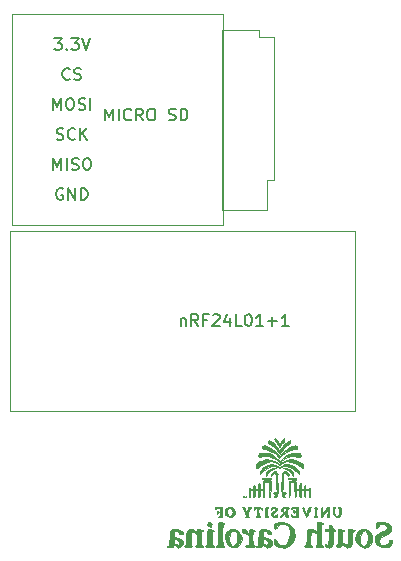
<source format=gbr>
%TF.GenerationSoftware,KiCad,Pcbnew,(5.1.6)-1*%
%TF.CreationDate,2021-10-22T11:30:52-04:00*%
%TF.ProjectId,main_board,6d61696e-5f62-46f6-9172-642e6b696361,rev?*%
%TF.SameCoordinates,Original*%
%TF.FileFunction,Legend,Bot*%
%TF.FilePolarity,Positive*%
%FSLAX46Y46*%
G04 Gerber Fmt 4.6, Leading zero omitted, Abs format (unit mm)*
G04 Created by KiCad (PCBNEW (5.1.6)-1) date 2021-10-22 11:30:52*
%MOMM*%
%LPD*%
G01*
G04 APERTURE LIST*
%ADD10C,0.120000*%
%ADD11C,0.010000*%
%ADD12C,0.150000*%
G04 APERTURE END LIST*
D10*
%TO.C,MICRO SD*%
X165798500Y-93408500D02*
X165798500Y-95948500D01*
X161988500Y-80708500D02*
X161988500Y-95948500D01*
X144208500Y-79378500D02*
X162108500Y-79378500D01*
X166433500Y-93408500D02*
X165798500Y-93408500D01*
X161988500Y-80708500D02*
X165163500Y-80708500D01*
X165163500Y-80708500D02*
X165163500Y-81343500D01*
X161988500Y-95948500D02*
X165798500Y-95948500D01*
X144208500Y-79378500D02*
X144208500Y-97278500D01*
X144208500Y-97278500D02*
X162108500Y-97278500D01*
X162108500Y-97278500D02*
X162108500Y-79378500D01*
X166433500Y-81343500D02*
X166433500Y-93408500D01*
X165163500Y-81343500D02*
X166433500Y-81343500D01*
D11*
%TO.C,G\u002A\u002A\u002A*%
G36*
X166449914Y-115341547D02*
G01*
X166463812Y-115433646D01*
X166532386Y-115565086D01*
X166648792Y-115717823D01*
X166656840Y-115726924D01*
X166755844Y-115852310D01*
X166817246Y-115957616D01*
X166827098Y-115994158D01*
X166847941Y-116064038D01*
X166893915Y-116054829D01*
X166940187Y-115976144D01*
X166948817Y-115947043D01*
X167004457Y-115832154D01*
X167103820Y-115701253D01*
X167132492Y-115670998D01*
X167222476Y-115555709D01*
X167276821Y-115438262D01*
X167287240Y-115346164D01*
X167245447Y-115306920D01*
X167242202Y-115306837D01*
X167162213Y-115351264D01*
X167066257Y-115469669D01*
X166971407Y-115639735D01*
X166948692Y-115690464D01*
X166862796Y-115892208D01*
X166824462Y-115754333D01*
X166764988Y-115609032D01*
X166677038Y-115466221D01*
X166582360Y-115355670D01*
X166502704Y-115307148D01*
X166497536Y-115306837D01*
X166449914Y-115341547D01*
G37*
X166449914Y-115341547D02*
X166463812Y-115433646D01*
X166532386Y-115565086D01*
X166648792Y-115717823D01*
X166656840Y-115726924D01*
X166755844Y-115852310D01*
X166817246Y-115957616D01*
X166827098Y-115994158D01*
X166847941Y-116064038D01*
X166893915Y-116054829D01*
X166940187Y-115976144D01*
X166948817Y-115947043D01*
X167004457Y-115832154D01*
X167103820Y-115701253D01*
X167132492Y-115670998D01*
X167222476Y-115555709D01*
X167276821Y-115438262D01*
X167287240Y-115346164D01*
X167245447Y-115306920D01*
X167242202Y-115306837D01*
X167162213Y-115351264D01*
X167066257Y-115469669D01*
X166971407Y-115639735D01*
X166948692Y-115690464D01*
X166862796Y-115892208D01*
X166824462Y-115754333D01*
X166764988Y-115609032D01*
X166677038Y-115466221D01*
X166582360Y-115355670D01*
X166502704Y-115307148D01*
X166497536Y-115306837D01*
X166449914Y-115341547D01*
G36*
X165927267Y-115502301D02*
G01*
X165910866Y-115606730D01*
X165933613Y-115724228D01*
X166016798Y-115780161D01*
X166031980Y-115784315D01*
X166155808Y-115845675D01*
X166314629Y-115964826D01*
X166482581Y-116117945D01*
X166633804Y-116281210D01*
X166742435Y-116430798D01*
X166751706Y-116447301D01*
X166829623Y-116578372D01*
X166884207Y-116620317D01*
X166932737Y-116577362D01*
X166971443Y-116501053D01*
X167058765Y-116362089D01*
X167196625Y-116196422D01*
X167357980Y-116031656D01*
X167515788Y-115895395D01*
X167643007Y-115815243D01*
X167643469Y-115815051D01*
X167755270Y-115744938D01*
X167793083Y-115639880D01*
X167794233Y-115606073D01*
X167785941Y-115503875D01*
X167749294Y-115468509D01*
X167666630Y-115498554D01*
X167531556Y-115584917D01*
X167420970Y-115681966D01*
X167290198Y-115828240D01*
X167157425Y-115998932D01*
X167040835Y-116169233D01*
X166958616Y-116314335D01*
X166928902Y-116407026D01*
X166912065Y-116473037D01*
X166865020Y-116448464D01*
X166792963Y-116338170D01*
X166737567Y-116227939D01*
X166649766Y-116081482D01*
X166521155Y-115915300D01*
X166371496Y-115749709D01*
X166220547Y-115605027D01*
X166088068Y-115501571D01*
X165993818Y-115459659D01*
X165990266Y-115459543D01*
X165927267Y-115502301D01*
G37*
X165927267Y-115502301D02*
X165910866Y-115606730D01*
X165933613Y-115724228D01*
X166016798Y-115780161D01*
X166031980Y-115784315D01*
X166155808Y-115845675D01*
X166314629Y-115964826D01*
X166482581Y-116117945D01*
X166633804Y-116281210D01*
X166742435Y-116430798D01*
X166751706Y-116447301D01*
X166829623Y-116578372D01*
X166884207Y-116620317D01*
X166932737Y-116577362D01*
X166971443Y-116501053D01*
X167058765Y-116362089D01*
X167196625Y-116196422D01*
X167357980Y-116031656D01*
X167515788Y-115895395D01*
X167643007Y-115815243D01*
X167643469Y-115815051D01*
X167755270Y-115744938D01*
X167793083Y-115639880D01*
X167794233Y-115606073D01*
X167785941Y-115503875D01*
X167749294Y-115468509D01*
X167666630Y-115498554D01*
X167531556Y-115584917D01*
X167420970Y-115681966D01*
X167290198Y-115828240D01*
X167157425Y-115998932D01*
X167040835Y-116169233D01*
X166958616Y-116314335D01*
X166928902Y-116407026D01*
X166912065Y-116473037D01*
X166865020Y-116448464D01*
X166792963Y-116338170D01*
X166737567Y-116227939D01*
X166649766Y-116081482D01*
X166521155Y-115915300D01*
X166371496Y-115749709D01*
X166220547Y-115605027D01*
X166088068Y-115501571D01*
X165993818Y-115459659D01*
X165990266Y-115459543D01*
X165927267Y-115502301D01*
G36*
X165453153Y-115928396D02*
G01*
X165408589Y-115977823D01*
X165401848Y-116063807D01*
X165409885Y-116151657D01*
X165451328Y-116200402D01*
X165552176Y-116228506D01*
X165654931Y-116243527D01*
X165921650Y-116310105D01*
X166200903Y-116431220D01*
X166457890Y-116587979D01*
X166657813Y-116761488D01*
X166698553Y-116810142D01*
X166854594Y-117014725D01*
X167108081Y-116756525D01*
X167432370Y-116488194D01*
X167786449Y-116315619D01*
X168093674Y-116244508D01*
X168246503Y-116220128D01*
X168323723Y-116187524D01*
X168351009Y-116128233D01*
X168354153Y-116057187D01*
X168348476Y-115962621D01*
X168312764Y-115922489D01*
X168218993Y-115920345D01*
X168135775Y-115929033D01*
X167939911Y-115969259D01*
X167742734Y-116036062D01*
X167715835Y-116048053D01*
X167574453Y-116135298D01*
X167406972Y-116268981D01*
X167237137Y-116426228D01*
X167088690Y-116584160D01*
X166985375Y-116719903D01*
X166954935Y-116781157D01*
X166918696Y-116861180D01*
X166873360Y-116870224D01*
X166806068Y-116801797D01*
X166708625Y-116656797D01*
X166521312Y-116422107D01*
X166283157Y-116214440D01*
X166019965Y-116050482D01*
X165757542Y-115946920D01*
X165567279Y-115918777D01*
X165453153Y-115928396D01*
G37*
X165453153Y-115928396D02*
X165408589Y-115977823D01*
X165401848Y-116063807D01*
X165409885Y-116151657D01*
X165451328Y-116200402D01*
X165552176Y-116228506D01*
X165654931Y-116243527D01*
X165921650Y-116310105D01*
X166200903Y-116431220D01*
X166457890Y-116587979D01*
X166657813Y-116761488D01*
X166698553Y-116810142D01*
X166854594Y-117014725D01*
X167108081Y-116756525D01*
X167432370Y-116488194D01*
X167786449Y-116315619D01*
X168093674Y-116244508D01*
X168246503Y-116220128D01*
X168323723Y-116187524D01*
X168351009Y-116128233D01*
X168354153Y-116057187D01*
X168348476Y-115962621D01*
X168312764Y-115922489D01*
X168218993Y-115920345D01*
X168135775Y-115929033D01*
X167939911Y-115969259D01*
X167742734Y-116036062D01*
X167715835Y-116048053D01*
X167574453Y-116135298D01*
X167406972Y-116268981D01*
X167237137Y-116426228D01*
X167088690Y-116584160D01*
X166985375Y-116719903D01*
X166954935Y-116781157D01*
X166918696Y-116861180D01*
X166873360Y-116870224D01*
X166806068Y-116801797D01*
X166708625Y-116656797D01*
X166521312Y-116422107D01*
X166283157Y-116214440D01*
X166019965Y-116050482D01*
X165757542Y-115946920D01*
X165567279Y-115918777D01*
X165453153Y-115928396D01*
G36*
X165255505Y-116560294D02*
G01*
X165147207Y-116594477D01*
X165103646Y-116661720D01*
X165096437Y-116769347D01*
X165104655Y-116885775D01*
X165138273Y-116922664D01*
X165185515Y-116912170D01*
X165408221Y-116851393D01*
X165659834Y-116820022D01*
X165886783Y-116823812D01*
X165936317Y-116831499D01*
X166164597Y-116888266D01*
X166354317Y-116968776D01*
X166550807Y-117094195D01*
X166638326Y-117159290D01*
X166768747Y-117256943D01*
X166862450Y-117323539D01*
X166895019Y-117342909D01*
X166937051Y-117309961D01*
X167017257Y-117229941D01*
X167023895Y-117222905D01*
X167238873Y-117053940D01*
X167516030Y-116921991D01*
X167818205Y-116841808D01*
X168027853Y-116824392D01*
X168214191Y-116833913D01*
X168371180Y-116856711D01*
X168448799Y-116880963D01*
X168573195Y-116930065D01*
X168638254Y-116901195D01*
X168659266Y-116785625D01*
X168659563Y-116760658D01*
X168653171Y-116653143D01*
X168615957Y-116596369D01*
X168520859Y-116566032D01*
X168425622Y-116550539D01*
X168025908Y-116536300D01*
X167660027Y-116617905D01*
X167329871Y-116794685D01*
X167069438Y-117029500D01*
X166887628Y-117230742D01*
X166612143Y-116963914D01*
X166297065Y-116719558D01*
X165956878Y-116573710D01*
X165588939Y-116525582D01*
X165255505Y-116560294D01*
G37*
X165255505Y-116560294D02*
X165147207Y-116594477D01*
X165103646Y-116661720D01*
X165096437Y-116769347D01*
X165104655Y-116885775D01*
X165138273Y-116922664D01*
X165185515Y-116912170D01*
X165408221Y-116851393D01*
X165659834Y-116820022D01*
X165886783Y-116823812D01*
X165936317Y-116831499D01*
X166164597Y-116888266D01*
X166354317Y-116968776D01*
X166550807Y-117094195D01*
X166638326Y-117159290D01*
X166768747Y-117256943D01*
X166862450Y-117323539D01*
X166895019Y-117342909D01*
X166937051Y-117309961D01*
X167017257Y-117229941D01*
X167023895Y-117222905D01*
X167238873Y-117053940D01*
X167516030Y-116921991D01*
X167818205Y-116841808D01*
X168027853Y-116824392D01*
X168214191Y-116833913D01*
X168371180Y-116856711D01*
X168448799Y-116880963D01*
X168573195Y-116930065D01*
X168638254Y-116901195D01*
X168659266Y-116785625D01*
X168659563Y-116760658D01*
X168653171Y-116653143D01*
X168615957Y-116596369D01*
X168520859Y-116566032D01*
X168425622Y-116550539D01*
X168025908Y-116536300D01*
X167660027Y-116617905D01*
X167329871Y-116794685D01*
X167069438Y-117029500D01*
X166887628Y-117230742D01*
X166612143Y-116963914D01*
X166297065Y-116719558D01*
X165956878Y-116573710D01*
X165588939Y-116525582D01*
X165255505Y-116560294D01*
G36*
X167488726Y-117139327D02*
G01*
X167176312Y-117275913D01*
X167067590Y-117351902D01*
X166875415Y-117502489D01*
X166726013Y-117376775D01*
X166439651Y-117199872D01*
X166113094Y-117109444D01*
X165761465Y-117106509D01*
X165399889Y-117192081D01*
X165207112Y-117274805D01*
X165049157Y-117357878D01*
X164960986Y-117424444D01*
X164920153Y-117501096D01*
X164904213Y-117614431D01*
X164902629Y-117635595D01*
X164902531Y-117786405D01*
X164936105Y-117842354D01*
X165010893Y-117806655D01*
X165100290Y-117719829D01*
X165329034Y-117531312D01*
X165615471Y-117378640D01*
X165876229Y-117293870D01*
X166193619Y-117272698D01*
X166496064Y-117350496D01*
X166713775Y-117478366D01*
X166880412Y-117604439D01*
X167027236Y-117480894D01*
X167265022Y-117342608D01*
X167548588Y-117275458D01*
X167844401Y-117286759D01*
X167882224Y-117294420D01*
X168181323Y-117396337D01*
X168461435Y-117554707D01*
X168655711Y-117719829D01*
X168767018Y-117823267D01*
X168831357Y-117837553D01*
X168856228Y-117759540D01*
X168853372Y-117636925D01*
X168838839Y-117515982D01*
X168802063Y-117435218D01*
X168720508Y-117367615D01*
X168571640Y-117286159D01*
X168552714Y-117276482D01*
X168190035Y-117138945D01*
X167831003Y-117093449D01*
X167488726Y-117139327D01*
G37*
X167488726Y-117139327D02*
X167176312Y-117275913D01*
X167067590Y-117351902D01*
X166875415Y-117502489D01*
X166726013Y-117376775D01*
X166439651Y-117199872D01*
X166113094Y-117109444D01*
X165761465Y-117106509D01*
X165399889Y-117192081D01*
X165207112Y-117274805D01*
X165049157Y-117357878D01*
X164960986Y-117424444D01*
X164920153Y-117501096D01*
X164904213Y-117614431D01*
X164902629Y-117635595D01*
X164902531Y-117786405D01*
X164936105Y-117842354D01*
X165010893Y-117806655D01*
X165100290Y-117719829D01*
X165329034Y-117531312D01*
X165615471Y-117378640D01*
X165876229Y-117293870D01*
X166193619Y-117272698D01*
X166496064Y-117350496D01*
X166713775Y-117478366D01*
X166880412Y-117604439D01*
X167027236Y-117480894D01*
X167265022Y-117342608D01*
X167548588Y-117275458D01*
X167844401Y-117286759D01*
X167882224Y-117294420D01*
X168181323Y-117396337D01*
X168461435Y-117554707D01*
X168655711Y-117719829D01*
X168767018Y-117823267D01*
X168831357Y-117837553D01*
X168856228Y-117759540D01*
X168853372Y-117636925D01*
X168838839Y-117515982D01*
X168802063Y-117435218D01*
X168720508Y-117367615D01*
X168571640Y-117286159D01*
X168552714Y-117276482D01*
X168190035Y-117138945D01*
X167831003Y-117093449D01*
X167488726Y-117139327D01*
G36*
X167373445Y-117522140D02*
G01*
X167211494Y-117573148D01*
X167047858Y-117649011D01*
X167043431Y-117651536D01*
X166935582Y-117708190D01*
X166857614Y-117717855D01*
X166763645Y-117678358D01*
X166688235Y-117634727D01*
X166458684Y-117549177D01*
X166189236Y-117523401D01*
X165922885Y-117558065D01*
X165758161Y-117620296D01*
X165518363Y-117759331D01*
X165362645Y-117883804D01*
X165277480Y-118008089D01*
X165249341Y-118146558D01*
X165249143Y-118161199D01*
X165249143Y-118356584D01*
X165483168Y-118106392D01*
X165731563Y-117886374D01*
X165994074Y-117733865D01*
X166254603Y-117653366D01*
X166497054Y-117649379D01*
X166705328Y-117726407D01*
X166743881Y-117753818D01*
X166878000Y-117859316D01*
X167012119Y-117753818D01*
X167210998Y-117658886D01*
X167447494Y-117645930D01*
X167705512Y-117710449D01*
X167968952Y-117847941D01*
X168221718Y-118053904D01*
X168272832Y-118106392D01*
X168506858Y-118356584D01*
X168506858Y-118184575D01*
X168490152Y-118064558D01*
X168426800Y-117958292D01*
X168296950Y-117832902D01*
X168291892Y-117828563D01*
X168074496Y-117681958D01*
X167824748Y-117574541D01*
X167577331Y-117517882D01*
X167373445Y-117522140D01*
G37*
X167373445Y-117522140D02*
X167211494Y-117573148D01*
X167047858Y-117649011D01*
X167043431Y-117651536D01*
X166935582Y-117708190D01*
X166857614Y-117717855D01*
X166763645Y-117678358D01*
X166688235Y-117634727D01*
X166458684Y-117549177D01*
X166189236Y-117523401D01*
X165922885Y-117558065D01*
X165758161Y-117620296D01*
X165518363Y-117759331D01*
X165362645Y-117883804D01*
X165277480Y-118008089D01*
X165249341Y-118146558D01*
X165249143Y-118161199D01*
X165249143Y-118356584D01*
X165483168Y-118106392D01*
X165731563Y-117886374D01*
X165994074Y-117733865D01*
X166254603Y-117653366D01*
X166497054Y-117649379D01*
X166705328Y-117726407D01*
X166743881Y-117753818D01*
X166878000Y-117859316D01*
X167012119Y-117753818D01*
X167210998Y-117658886D01*
X167447494Y-117645930D01*
X167705512Y-117710449D01*
X167968952Y-117847941D01*
X168221718Y-118053904D01*
X168272832Y-118106392D01*
X168506858Y-118356584D01*
X168506858Y-118184575D01*
X168490152Y-118064558D01*
X168426800Y-117958292D01*
X168296950Y-117832902D01*
X168291892Y-117828563D01*
X168074496Y-117681958D01*
X167824748Y-117574541D01*
X167577331Y-117517882D01*
X167373445Y-117522140D01*
G36*
X166132112Y-117884653D02*
G01*
X165938789Y-117970979D01*
X165794507Y-118097483D01*
X165720015Y-118248510D01*
X165716169Y-118335220D01*
X165732710Y-118471204D01*
X165825352Y-118313109D01*
X165965401Y-118138704D01*
X166166777Y-118004086D01*
X166356719Y-117924357D01*
X166547139Y-117856396D01*
X166353729Y-117854162D01*
X166132112Y-117884653D01*
G37*
X166132112Y-117884653D02*
X165938789Y-117970979D01*
X165794507Y-118097483D01*
X165720015Y-118248510D01*
X165716169Y-118335220D01*
X165732710Y-118471204D01*
X165825352Y-118313109D01*
X165965401Y-118138704D01*
X166166777Y-118004086D01*
X166356719Y-117924357D01*
X166547139Y-117856396D01*
X166353729Y-117854162D01*
X166132112Y-117884653D01*
G36*
X167208862Y-117856396D02*
G01*
X167391018Y-117921517D01*
X167642567Y-118040028D01*
X167837358Y-118206473D01*
X167924474Y-118314092D01*
X168048742Y-118482527D01*
X168048742Y-118328806D01*
X168001598Y-118158813D01*
X167874549Y-118012803D01*
X167689168Y-117906637D01*
X167467030Y-117856174D01*
X167403090Y-117854162D01*
X167208862Y-117856396D01*
G37*
X167208862Y-117856396D02*
X167391018Y-117921517D01*
X167642567Y-118040028D01*
X167837358Y-118206473D01*
X167924474Y-118314092D01*
X168048742Y-118482527D01*
X168048742Y-118328806D01*
X168001598Y-118158813D01*
X167874549Y-118012803D01*
X167689168Y-117906637D01*
X167467030Y-117856174D01*
X167403090Y-117854162D01*
X167208862Y-117856396D01*
G36*
X165589698Y-118669491D02*
G01*
X165478165Y-118681463D01*
X165432906Y-118706124D01*
X165434342Y-118742709D01*
X165483225Y-118788366D01*
X165597681Y-118812468D01*
X165780574Y-118819062D01*
X165951878Y-118813985D01*
X166079844Y-118800777D01*
X166131440Y-118785127D01*
X166164148Y-118728371D01*
X166121060Y-118691623D01*
X165993587Y-118671937D01*
X165785209Y-118666356D01*
X165589698Y-118669491D01*
G37*
X165589698Y-118669491D02*
X165478165Y-118681463D01*
X165432906Y-118706124D01*
X165434342Y-118742709D01*
X165483225Y-118788366D01*
X165597681Y-118812468D01*
X165780574Y-118819062D01*
X165951878Y-118813985D01*
X166079844Y-118800777D01*
X166131440Y-118785127D01*
X166164148Y-118728371D01*
X166121060Y-118691623D01*
X165993587Y-118671937D01*
X165785209Y-118666356D01*
X165589698Y-118669491D01*
G36*
X167744583Y-118671561D02*
G01*
X167635086Y-118688765D01*
X167601476Y-118720356D01*
X167603166Y-118729984D01*
X167666941Y-118770233D01*
X167820411Y-118798214D01*
X167963720Y-118808662D01*
X168149116Y-118812832D01*
X168253616Y-118802183D01*
X168297532Y-118772906D01*
X168303251Y-118745035D01*
X168284194Y-118702761D01*
X168214157Y-118678440D01*
X168073845Y-118667861D01*
X167942696Y-118666356D01*
X167744583Y-118671561D01*
G37*
X167744583Y-118671561D02*
X167635086Y-118688765D01*
X167601476Y-118720356D01*
X167603166Y-118729984D01*
X167666941Y-118770233D01*
X167820411Y-118798214D01*
X167963720Y-118808662D01*
X168149116Y-118812832D01*
X168253616Y-118802183D01*
X168297532Y-118772906D01*
X168303251Y-118745035D01*
X168284194Y-118702761D01*
X168214157Y-118678440D01*
X168073845Y-118667861D01*
X167942696Y-118666356D01*
X167744583Y-118671561D01*
G36*
X163789957Y-120210378D02*
G01*
X163783866Y-120270786D01*
X163789957Y-120278247D01*
X163820219Y-120271260D01*
X163823892Y-120244312D01*
X163805268Y-120202414D01*
X163789957Y-120210378D01*
G37*
X163789957Y-120210378D02*
X163783866Y-120270786D01*
X163789957Y-120278247D01*
X163820219Y-120271260D01*
X163823892Y-120244312D01*
X163805268Y-120202414D01*
X163789957Y-120210378D01*
G36*
X163891761Y-120210378D02*
G01*
X163885669Y-120270786D01*
X163891761Y-120278247D01*
X163922022Y-120271260D01*
X163925696Y-120244312D01*
X163907071Y-120202414D01*
X163891761Y-120210378D01*
G37*
X163891761Y-120210378D02*
X163885669Y-120270786D01*
X163891761Y-120278247D01*
X163922022Y-120271260D01*
X163925696Y-120244312D01*
X163907071Y-120202414D01*
X163891761Y-120210378D01*
G36*
X164043629Y-120183866D02*
G01*
X164037561Y-120263420D01*
X164047648Y-120281428D01*
X164070783Y-120266247D01*
X164074382Y-120214620D01*
X164061951Y-120160306D01*
X164043629Y-120183866D01*
G37*
X164043629Y-120183866D02*
X164037561Y-120263420D01*
X164047648Y-120281428D01*
X164070783Y-120266247D01*
X164074382Y-120214620D01*
X164061951Y-120160306D01*
X164043629Y-120183866D01*
G36*
X165452750Y-119251727D02*
G01*
X165450518Y-119429584D01*
X165437927Y-119528648D01*
X165406129Y-119571920D01*
X165346279Y-119582398D01*
X165325495Y-119582589D01*
X165246969Y-119573095D01*
X165209764Y-119526428D01*
X165198727Y-119415313D01*
X165198241Y-119353531D01*
X165188248Y-119202556D01*
X165154272Y-119133786D01*
X165121888Y-119124473D01*
X165071563Y-119154450D01*
X165048640Y-119256378D01*
X165045535Y-119353531D01*
X165040261Y-119494878D01*
X165014335Y-119561847D01*
X164952604Y-119581714D01*
X164918281Y-119582589D01*
X164827336Y-119566153D01*
X164794065Y-119496289D01*
X164791026Y-119429883D01*
X164768262Y-119308650D01*
X164714674Y-119277178D01*
X164654057Y-119322706D01*
X164638321Y-119429883D01*
X164624625Y-119539018D01*
X164566404Y-119578942D01*
X164511066Y-119582589D01*
X164415406Y-119565165D01*
X164383812Y-119531687D01*
X164345077Y-119482264D01*
X164332910Y-119480785D01*
X164307702Y-119528410D01*
X164289988Y-119658432D01*
X164282178Y-119851571D01*
X164282008Y-119888000D01*
X164287961Y-120089662D01*
X164304214Y-120231375D01*
X164328356Y-120293857D01*
X164332910Y-120295214D01*
X164360023Y-120248850D01*
X164378405Y-120127730D01*
X164383812Y-119989803D01*
X164386506Y-119820541D01*
X164401230Y-119729156D01*
X164437943Y-119691744D01*
X164506606Y-119684399D01*
X164511066Y-119684392D01*
X164581592Y-119690859D01*
X164619669Y-119726196D01*
X164635258Y-119814307D01*
X164638318Y-119979098D01*
X164638321Y-119989803D01*
X164644185Y-120167141D01*
X164664971Y-120262354D01*
X164705474Y-120294612D01*
X164714674Y-120295214D01*
X164759008Y-120271759D01*
X164782811Y-120188612D01*
X164790876Y-120026602D01*
X164791026Y-119989803D01*
X164793721Y-119820541D01*
X164808444Y-119729156D01*
X164845157Y-119691744D01*
X164913820Y-119684399D01*
X164918281Y-119684392D01*
X164988807Y-119690859D01*
X165026884Y-119726196D01*
X165042472Y-119814307D01*
X165045532Y-119979098D01*
X165045535Y-119989803D01*
X165051399Y-120167141D01*
X165072186Y-120262354D01*
X165112688Y-120294612D01*
X165121888Y-120295214D01*
X165166223Y-120271759D01*
X165190026Y-120188612D01*
X165198090Y-120026602D01*
X165198241Y-119989803D01*
X165200935Y-119820541D01*
X165215659Y-119729156D01*
X165252372Y-119691744D01*
X165321035Y-119684399D01*
X165325495Y-119684392D01*
X165396021Y-119690859D01*
X165434098Y-119726196D01*
X165449687Y-119814307D01*
X165452747Y-119979098D01*
X165452750Y-119989803D01*
X165458613Y-120167141D01*
X165479400Y-120262354D01*
X165519903Y-120294612D01*
X165529102Y-120295214D01*
X165561446Y-120280195D01*
X165583416Y-120224931D01*
X165596849Y-120114110D01*
X165603583Y-119932423D01*
X165605455Y-119664559D01*
X165605455Y-119022669D01*
X165961768Y-119022669D01*
X165961768Y-119658942D01*
X165963570Y-119928471D01*
X165970202Y-120111553D01*
X165983500Y-120223495D01*
X166005303Y-120279611D01*
X166037446Y-120295210D01*
X166038120Y-120295214D01*
X166069404Y-120280717D01*
X166091026Y-120227349D01*
X166104634Y-120120293D01*
X166111873Y-119944732D01*
X166114389Y-119685848D01*
X166114473Y-119608040D01*
X166114473Y-118920865D01*
X165452750Y-118920865D01*
X165452750Y-119251727D01*
G37*
X165452750Y-119251727D02*
X165450518Y-119429584D01*
X165437927Y-119528648D01*
X165406129Y-119571920D01*
X165346279Y-119582398D01*
X165325495Y-119582589D01*
X165246969Y-119573095D01*
X165209764Y-119526428D01*
X165198727Y-119415313D01*
X165198241Y-119353531D01*
X165188248Y-119202556D01*
X165154272Y-119133786D01*
X165121888Y-119124473D01*
X165071563Y-119154450D01*
X165048640Y-119256378D01*
X165045535Y-119353531D01*
X165040261Y-119494878D01*
X165014335Y-119561847D01*
X164952604Y-119581714D01*
X164918281Y-119582589D01*
X164827336Y-119566153D01*
X164794065Y-119496289D01*
X164791026Y-119429883D01*
X164768262Y-119308650D01*
X164714674Y-119277178D01*
X164654057Y-119322706D01*
X164638321Y-119429883D01*
X164624625Y-119539018D01*
X164566404Y-119578942D01*
X164511066Y-119582589D01*
X164415406Y-119565165D01*
X164383812Y-119531687D01*
X164345077Y-119482264D01*
X164332910Y-119480785D01*
X164307702Y-119528410D01*
X164289988Y-119658432D01*
X164282178Y-119851571D01*
X164282008Y-119888000D01*
X164287961Y-120089662D01*
X164304214Y-120231375D01*
X164328356Y-120293857D01*
X164332910Y-120295214D01*
X164360023Y-120248850D01*
X164378405Y-120127730D01*
X164383812Y-119989803D01*
X164386506Y-119820541D01*
X164401230Y-119729156D01*
X164437943Y-119691744D01*
X164506606Y-119684399D01*
X164511066Y-119684392D01*
X164581592Y-119690859D01*
X164619669Y-119726196D01*
X164635258Y-119814307D01*
X164638318Y-119979098D01*
X164638321Y-119989803D01*
X164644185Y-120167141D01*
X164664971Y-120262354D01*
X164705474Y-120294612D01*
X164714674Y-120295214D01*
X164759008Y-120271759D01*
X164782811Y-120188612D01*
X164790876Y-120026602D01*
X164791026Y-119989803D01*
X164793721Y-119820541D01*
X164808444Y-119729156D01*
X164845157Y-119691744D01*
X164913820Y-119684399D01*
X164918281Y-119684392D01*
X164988807Y-119690859D01*
X165026884Y-119726196D01*
X165042472Y-119814307D01*
X165045532Y-119979098D01*
X165045535Y-119989803D01*
X165051399Y-120167141D01*
X165072186Y-120262354D01*
X165112688Y-120294612D01*
X165121888Y-120295214D01*
X165166223Y-120271759D01*
X165190026Y-120188612D01*
X165198090Y-120026602D01*
X165198241Y-119989803D01*
X165200935Y-119820541D01*
X165215659Y-119729156D01*
X165252372Y-119691744D01*
X165321035Y-119684399D01*
X165325495Y-119684392D01*
X165396021Y-119690859D01*
X165434098Y-119726196D01*
X165449687Y-119814307D01*
X165452747Y-119979098D01*
X165452750Y-119989803D01*
X165458613Y-120167141D01*
X165479400Y-120262354D01*
X165519903Y-120294612D01*
X165529102Y-120295214D01*
X165561446Y-120280195D01*
X165583416Y-120224931D01*
X165596849Y-120114110D01*
X165603583Y-119932423D01*
X165605455Y-119664559D01*
X165605455Y-119022669D01*
X165961768Y-119022669D01*
X165961768Y-119658942D01*
X165963570Y-119928471D01*
X165970202Y-120111553D01*
X165983500Y-120223495D01*
X166005303Y-120279611D01*
X166037446Y-120295210D01*
X166038120Y-120295214D01*
X166069404Y-120280717D01*
X166091026Y-120227349D01*
X166104634Y-120120293D01*
X166111873Y-119944732D01*
X166114389Y-119685848D01*
X166114473Y-119608040D01*
X166114473Y-118920865D01*
X165452750Y-118920865D01*
X165452750Y-119251727D01*
G36*
X166348592Y-118139198D02*
G01*
X166209798Y-118222456D01*
X166125975Y-118333674D01*
X166114473Y-118391328D01*
X166118007Y-118463452D01*
X166140374Y-118478095D01*
X166199226Y-118429330D01*
X166293291Y-118331297D01*
X166400660Y-118230736D01*
X166482025Y-118178508D01*
X166508810Y-118178395D01*
X166530229Y-118245219D01*
X166548965Y-118382005D01*
X166559373Y-118529804D01*
X166568623Y-118723453D01*
X166581695Y-118976492D01*
X166596380Y-119246683D01*
X166603134Y-119366256D01*
X166633031Y-119888000D01*
X166475556Y-119888000D01*
X166366292Y-119902331D01*
X166318188Y-119937010D01*
X166318080Y-119938901D01*
X166361814Y-119976540D01*
X166451189Y-119989803D01*
X166541254Y-119995588D01*
X166552070Y-120031648D01*
X166502091Y-120115267D01*
X166435125Y-120228284D01*
X166429110Y-120281499D01*
X166482148Y-120295201D01*
X166485262Y-120295214D01*
X166553500Y-120255212D01*
X166631614Y-120157858D01*
X166637967Y-120147380D01*
X166680460Y-120049509D01*
X166707343Y-119914785D01*
X166721369Y-119721438D01*
X166725295Y-119456860D01*
X166719817Y-119208476D01*
X166704839Y-118998716D01*
X166682547Y-118852028D01*
X166667094Y-118805423D01*
X166635364Y-118712903D01*
X166664544Y-118678123D01*
X166694785Y-118620013D01*
X166674393Y-118539102D01*
X166655298Y-118433766D01*
X166681029Y-118401152D01*
X166707922Y-118351283D01*
X166681247Y-118264328D01*
X166620504Y-118174086D01*
X166545194Y-118114358D01*
X166510989Y-118106437D01*
X166348592Y-118139198D01*
G37*
X166348592Y-118139198D02*
X166209798Y-118222456D01*
X166125975Y-118333674D01*
X166114473Y-118391328D01*
X166118007Y-118463452D01*
X166140374Y-118478095D01*
X166199226Y-118429330D01*
X166293291Y-118331297D01*
X166400660Y-118230736D01*
X166482025Y-118178508D01*
X166508810Y-118178395D01*
X166530229Y-118245219D01*
X166548965Y-118382005D01*
X166559373Y-118529804D01*
X166568623Y-118723453D01*
X166581695Y-118976492D01*
X166596380Y-119246683D01*
X166603134Y-119366256D01*
X166633031Y-119888000D01*
X166475556Y-119888000D01*
X166366292Y-119902331D01*
X166318188Y-119937010D01*
X166318080Y-119938901D01*
X166361814Y-119976540D01*
X166451189Y-119989803D01*
X166541254Y-119995588D01*
X166552070Y-120031648D01*
X166502091Y-120115267D01*
X166435125Y-120228284D01*
X166429110Y-120281499D01*
X166482148Y-120295201D01*
X166485262Y-120295214D01*
X166553500Y-120255212D01*
X166631614Y-120157858D01*
X166637967Y-120147380D01*
X166680460Y-120049509D01*
X166707343Y-119914785D01*
X166721369Y-119721438D01*
X166725295Y-119456860D01*
X166719817Y-119208476D01*
X166704839Y-118998716D01*
X166682547Y-118852028D01*
X166667094Y-118805423D01*
X166635364Y-118712903D01*
X166664544Y-118678123D01*
X166694785Y-118620013D01*
X166674393Y-118539102D01*
X166655298Y-118433766D01*
X166681029Y-118401152D01*
X166707922Y-118351283D01*
X166681247Y-118264328D01*
X166620504Y-118174086D01*
X166545194Y-118114358D01*
X166510989Y-118106437D01*
X166348592Y-118139198D01*
G36*
X167155800Y-118141068D02*
G01*
X167087128Y-118222163D01*
X167047787Y-118315520D01*
X167055998Y-118386938D01*
X167078025Y-118402170D01*
X167104700Y-118449980D01*
X167075945Y-118524231D01*
X167046410Y-118618245D01*
X167081607Y-118666356D01*
X167117205Y-118723075D01*
X167086863Y-118809242D01*
X167063507Y-118902340D01*
X167044903Y-119070622D01*
X167033356Y-119287495D01*
X167030706Y-119456860D01*
X167034879Y-119727989D01*
X167049236Y-119919354D01*
X167076527Y-120052721D01*
X167118033Y-120147380D01*
X167201590Y-120258176D01*
X167268256Y-120300152D01*
X167299726Y-120273938D01*
X167277691Y-120180162D01*
X167259764Y-120142509D01*
X167210954Y-120039247D01*
X167219055Y-119997737D01*
X167293209Y-119989831D01*
X167309358Y-119989803D01*
X167405642Y-119972540D01*
X167437920Y-119938901D01*
X167393612Y-119903462D01*
X167286531Y-119888023D01*
X167281834Y-119888000D01*
X167125748Y-119888000D01*
X167151734Y-119366256D01*
X167164863Y-119102535D01*
X167178096Y-118836487D01*
X167189335Y-118610312D01*
X167193291Y-118530617D01*
X167207181Y-118359404D01*
X167227584Y-118230905D01*
X167246376Y-118179208D01*
X167298959Y-118191342D01*
X167393068Y-118263100D01*
X167462709Y-118331297D01*
X167567416Y-118439759D01*
X167620354Y-118479682D01*
X167639173Y-118456992D01*
X167641527Y-118391328D01*
X167595694Y-118273662D01*
X167478388Y-118174383D01*
X167319898Y-118114746D01*
X167235581Y-118106437D01*
X167155800Y-118141068D01*
G37*
X167155800Y-118141068D02*
X167087128Y-118222163D01*
X167047787Y-118315520D01*
X167055998Y-118386938D01*
X167078025Y-118402170D01*
X167104700Y-118449980D01*
X167075945Y-118524231D01*
X167046410Y-118618245D01*
X167081607Y-118666356D01*
X167117205Y-118723075D01*
X167086863Y-118809242D01*
X167063507Y-118902340D01*
X167044903Y-119070622D01*
X167033356Y-119287495D01*
X167030706Y-119456860D01*
X167034879Y-119727989D01*
X167049236Y-119919354D01*
X167076527Y-120052721D01*
X167118033Y-120147380D01*
X167201590Y-120258176D01*
X167268256Y-120300152D01*
X167299726Y-120273938D01*
X167277691Y-120180162D01*
X167259764Y-120142509D01*
X167210954Y-120039247D01*
X167219055Y-119997737D01*
X167293209Y-119989831D01*
X167309358Y-119989803D01*
X167405642Y-119972540D01*
X167437920Y-119938901D01*
X167393612Y-119903462D01*
X167286531Y-119888023D01*
X167281834Y-119888000D01*
X167125748Y-119888000D01*
X167151734Y-119366256D01*
X167164863Y-119102535D01*
X167178096Y-118836487D01*
X167189335Y-118610312D01*
X167193291Y-118530617D01*
X167207181Y-118359404D01*
X167227584Y-118230905D01*
X167246376Y-118179208D01*
X167298959Y-118191342D01*
X167393068Y-118263100D01*
X167462709Y-118331297D01*
X167567416Y-118439759D01*
X167620354Y-118479682D01*
X167639173Y-118456992D01*
X167641527Y-118391328D01*
X167595694Y-118273662D01*
X167478388Y-118174383D01*
X167319898Y-118114746D01*
X167235581Y-118106437D01*
X167155800Y-118141068D01*
G36*
X167641527Y-119608040D02*
G01*
X167646273Y-119918705D01*
X167658839Y-120136879D01*
X167676713Y-120261149D01*
X167697387Y-120290101D01*
X167718351Y-120222320D01*
X167737095Y-120056394D01*
X167751108Y-119790909D01*
X167754490Y-119671667D01*
X167768782Y-119048120D01*
X168125094Y-119048120D01*
X168139387Y-119671667D01*
X168148961Y-119923253D01*
X168164066Y-120122105D01*
X168183004Y-120251594D01*
X168203014Y-120295214D01*
X168229032Y-120248977D01*
X168246909Y-120128797D01*
X168252349Y-119989803D01*
X168252349Y-119684392D01*
X168557760Y-119684392D01*
X168557760Y-119989803D01*
X168563624Y-120167141D01*
X168584410Y-120262354D01*
X168624913Y-120294612D01*
X168634112Y-120295214D01*
X168678447Y-120271759D01*
X168702250Y-120188612D01*
X168710315Y-120026602D01*
X168710465Y-119989803D01*
X168713160Y-119820541D01*
X168727883Y-119729156D01*
X168764596Y-119691744D01*
X168833259Y-119684399D01*
X168837720Y-119684392D01*
X168908246Y-119690859D01*
X168946323Y-119726196D01*
X168961911Y-119814307D01*
X168964971Y-119979098D01*
X168964974Y-119989803D01*
X168972702Y-120152483D01*
X168992888Y-120262773D01*
X169015876Y-120295214D01*
X169042989Y-120248850D01*
X169061371Y-120127730D01*
X169066778Y-119989803D01*
X169066778Y-119684392D01*
X169372189Y-119684392D01*
X169372189Y-119989803D01*
X169379916Y-120152483D01*
X169400103Y-120262773D01*
X169423090Y-120295214D01*
X169448298Y-120247589D01*
X169466012Y-120117567D01*
X169473823Y-119924428D01*
X169473992Y-119888000D01*
X169468039Y-119686337D01*
X169451786Y-119544625D01*
X169427644Y-119482143D01*
X169423090Y-119480785D01*
X169373668Y-119519520D01*
X169372189Y-119531687D01*
X169327957Y-119567427D01*
X169221383Y-119582585D01*
X169219483Y-119582589D01*
X169111322Y-119569976D01*
X169071456Y-119510481D01*
X169066778Y-119429883D01*
X169052034Y-119322664D01*
X169016509Y-119277190D01*
X169015876Y-119277178D01*
X168980136Y-119321410D01*
X168964978Y-119427984D01*
X168964974Y-119429883D01*
X168951278Y-119539018D01*
X168893058Y-119578942D01*
X168837720Y-119582589D01*
X168759194Y-119573095D01*
X168721989Y-119526428D01*
X168710951Y-119415313D01*
X168710465Y-119353531D01*
X168700473Y-119202556D01*
X168666497Y-119133786D01*
X168634112Y-119124473D01*
X168583787Y-119154450D01*
X168560864Y-119256378D01*
X168557760Y-119353531D01*
X168552485Y-119494878D01*
X168526560Y-119561847D01*
X168464829Y-119581714D01*
X168430505Y-119582589D01*
X168343313Y-119568602D01*
X168308485Y-119506478D01*
X168303251Y-119410795D01*
X168293013Y-119233635D01*
X168271437Y-119079933D01*
X168248772Y-118991119D01*
X168208363Y-118943622D01*
X168123324Y-118924517D01*
X167966765Y-118920877D01*
X167940575Y-118920865D01*
X167641527Y-118920865D01*
X167641527Y-119608040D01*
G37*
X167641527Y-119608040D02*
X167646273Y-119918705D01*
X167658839Y-120136879D01*
X167676713Y-120261149D01*
X167697387Y-120290101D01*
X167718351Y-120222320D01*
X167737095Y-120056394D01*
X167751108Y-119790909D01*
X167754490Y-119671667D01*
X167768782Y-119048120D01*
X168125094Y-119048120D01*
X168139387Y-119671667D01*
X168148961Y-119923253D01*
X168164066Y-120122105D01*
X168183004Y-120251594D01*
X168203014Y-120295214D01*
X168229032Y-120248977D01*
X168246909Y-120128797D01*
X168252349Y-119989803D01*
X168252349Y-119684392D01*
X168557760Y-119684392D01*
X168557760Y-119989803D01*
X168563624Y-120167141D01*
X168584410Y-120262354D01*
X168624913Y-120294612D01*
X168634112Y-120295214D01*
X168678447Y-120271759D01*
X168702250Y-120188612D01*
X168710315Y-120026602D01*
X168710465Y-119989803D01*
X168713160Y-119820541D01*
X168727883Y-119729156D01*
X168764596Y-119691744D01*
X168833259Y-119684399D01*
X168837720Y-119684392D01*
X168908246Y-119690859D01*
X168946323Y-119726196D01*
X168961911Y-119814307D01*
X168964971Y-119979098D01*
X168964974Y-119989803D01*
X168972702Y-120152483D01*
X168992888Y-120262773D01*
X169015876Y-120295214D01*
X169042989Y-120248850D01*
X169061371Y-120127730D01*
X169066778Y-119989803D01*
X169066778Y-119684392D01*
X169372189Y-119684392D01*
X169372189Y-119989803D01*
X169379916Y-120152483D01*
X169400103Y-120262773D01*
X169423090Y-120295214D01*
X169448298Y-120247589D01*
X169466012Y-120117567D01*
X169473823Y-119924428D01*
X169473992Y-119888000D01*
X169468039Y-119686337D01*
X169451786Y-119544625D01*
X169427644Y-119482143D01*
X169423090Y-119480785D01*
X169373668Y-119519520D01*
X169372189Y-119531687D01*
X169327957Y-119567427D01*
X169221383Y-119582585D01*
X169219483Y-119582589D01*
X169111322Y-119569976D01*
X169071456Y-119510481D01*
X169066778Y-119429883D01*
X169052034Y-119322664D01*
X169016509Y-119277190D01*
X169015876Y-119277178D01*
X168980136Y-119321410D01*
X168964978Y-119427984D01*
X168964974Y-119429883D01*
X168951278Y-119539018D01*
X168893058Y-119578942D01*
X168837720Y-119582589D01*
X168759194Y-119573095D01*
X168721989Y-119526428D01*
X168710951Y-119415313D01*
X168710465Y-119353531D01*
X168700473Y-119202556D01*
X168666497Y-119133786D01*
X168634112Y-119124473D01*
X168583787Y-119154450D01*
X168560864Y-119256378D01*
X168557760Y-119353531D01*
X168552485Y-119494878D01*
X168526560Y-119561847D01*
X168464829Y-119581714D01*
X168430505Y-119582589D01*
X168343313Y-119568602D01*
X168308485Y-119506478D01*
X168303251Y-119410795D01*
X168293013Y-119233635D01*
X168271437Y-119079933D01*
X168248772Y-118991119D01*
X168208363Y-118943622D01*
X168123324Y-118924517D01*
X167966765Y-118920877D01*
X167940575Y-118920865D01*
X167641527Y-118920865D01*
X167641527Y-119608040D01*
G36*
X161450797Y-121131396D02*
G01*
X161435394Y-121214289D01*
X161435526Y-121218726D01*
X161446897Y-121286480D01*
X161465219Y-121275074D01*
X161528588Y-121232071D01*
X161649156Y-121211700D01*
X161664807Y-121211447D01*
X161782632Y-121220502D01*
X161830209Y-121265906D01*
X161838722Y-121364152D01*
X161822088Y-121476744D01*
X161761854Y-121515744D01*
X161741160Y-121516857D01*
X161647585Y-121487764D01*
X161617924Y-121453230D01*
X161600395Y-121453806D01*
X161589317Y-121535362D01*
X161588231Y-121564763D01*
X161589532Y-121675648D01*
X161607742Y-121698123D01*
X161652843Y-121646064D01*
X161728152Y-121586571D01*
X161780098Y-121588438D01*
X161831544Y-121671357D01*
X161830506Y-121789423D01*
X161781503Y-121893438D01*
X161749644Y-121919995D01*
X161707466Y-121954345D01*
X161746642Y-121969915D01*
X161838722Y-121973426D01*
X162016878Y-121974974D01*
X162016878Y-121160545D01*
X161804708Y-121160545D01*
X161650545Y-121153378D01*
X161531410Y-121135574D01*
X161512023Y-121129648D01*
X161450797Y-121131396D01*
G37*
X161450797Y-121131396D02*
X161435394Y-121214289D01*
X161435526Y-121218726D01*
X161446897Y-121286480D01*
X161465219Y-121275074D01*
X161528588Y-121232071D01*
X161649156Y-121211700D01*
X161664807Y-121211447D01*
X161782632Y-121220502D01*
X161830209Y-121265906D01*
X161838722Y-121364152D01*
X161822088Y-121476744D01*
X161761854Y-121515744D01*
X161741160Y-121516857D01*
X161647585Y-121487764D01*
X161617924Y-121453230D01*
X161600395Y-121453806D01*
X161589317Y-121535362D01*
X161588231Y-121564763D01*
X161589532Y-121675648D01*
X161607742Y-121698123D01*
X161652843Y-121646064D01*
X161728152Y-121586571D01*
X161780098Y-121588438D01*
X161831544Y-121671357D01*
X161830506Y-121789423D01*
X161781503Y-121893438D01*
X161749644Y-121919995D01*
X161707466Y-121954345D01*
X161746642Y-121969915D01*
X161838722Y-121973426D01*
X162016878Y-121974974D01*
X162016878Y-121160545D01*
X161804708Y-121160545D01*
X161650545Y-121153378D01*
X161531410Y-121135574D01*
X161512023Y-121129648D01*
X161450797Y-121131396D01*
G36*
X162438283Y-121172706D02*
G01*
X162376930Y-121228530D01*
X162272803Y-121396048D01*
X162247292Y-121589404D01*
X162302918Y-121772584D01*
X162335534Y-121819836D01*
X162476255Y-121921229D01*
X162660458Y-121963490D01*
X162845823Y-121942278D01*
X162958191Y-121883705D01*
X163047675Y-121779886D01*
X163081509Y-121638616D01*
X163083502Y-121573450D01*
X163076451Y-121535755D01*
X162907660Y-121535755D01*
X162878490Y-121720422D01*
X162802804Y-121851059D01*
X162698334Y-121916314D01*
X162582812Y-121904832D01*
X162477881Y-121810942D01*
X162412969Y-121654009D01*
X162412167Y-121487585D01*
X162466364Y-121339906D01*
X162566450Y-121239210D01*
X162671307Y-121211447D01*
X162807546Y-121245340D01*
X162884270Y-121352662D01*
X162907660Y-121535755D01*
X163076451Y-121535755D01*
X163044078Y-121362716D01*
X162925769Y-121216322D01*
X162728517Y-121134205D01*
X162692024Y-121127412D01*
X162547242Y-121120873D01*
X162438283Y-121172706D01*
G37*
X162438283Y-121172706D02*
X162376930Y-121228530D01*
X162272803Y-121396048D01*
X162247292Y-121589404D01*
X162302918Y-121772584D01*
X162335534Y-121819836D01*
X162476255Y-121921229D01*
X162660458Y-121963490D01*
X162845823Y-121942278D01*
X162958191Y-121883705D01*
X163047675Y-121779886D01*
X163081509Y-121638616D01*
X163083502Y-121573450D01*
X163076451Y-121535755D01*
X162907660Y-121535755D01*
X162878490Y-121720422D01*
X162802804Y-121851059D01*
X162698334Y-121916314D01*
X162582812Y-121904832D01*
X162477881Y-121810942D01*
X162412969Y-121654009D01*
X162412167Y-121487585D01*
X162466364Y-121339906D01*
X162566450Y-121239210D01*
X162671307Y-121211447D01*
X162807546Y-121245340D01*
X162884270Y-121352662D01*
X162907660Y-121535755D01*
X163076451Y-121535755D01*
X163044078Y-121362716D01*
X162925769Y-121216322D01*
X162728517Y-121134205D01*
X162692024Y-121127412D01*
X162547242Y-121120873D01*
X162438283Y-121172706D01*
G36*
X164229862Y-121143194D02*
G01*
X164213193Y-121187283D01*
X164204587Y-121268727D01*
X164152406Y-121388356D01*
X164139344Y-121410779D01*
X164041482Y-121571700D01*
X163971651Y-121404299D01*
X163927810Y-121278192D01*
X163912656Y-121190449D01*
X163913484Y-121184178D01*
X163881237Y-121141670D01*
X163823619Y-121131458D01*
X163740893Y-121136849D01*
X163722088Y-121144234D01*
X163746977Y-121190449D01*
X163811233Y-121296410D01*
X163874794Y-121397801D01*
X163979121Y-121597790D01*
X164023770Y-121765924D01*
X164006858Y-121886153D01*
X163938421Y-121939886D01*
X163929220Y-121953644D01*
X164004480Y-121962942D01*
X164078401Y-121965050D01*
X164199689Y-121961325D01*
X164251866Y-121949729D01*
X164243832Y-121941262D01*
X164191661Y-121870784D01*
X164184535Y-121740258D01*
X164219661Y-121579499D01*
X164292566Y-121421062D01*
X164371151Y-121302962D01*
X164432501Y-121229210D01*
X164445271Y-121219930D01*
X164487808Y-121180255D01*
X164443855Y-121145976D01*
X164337282Y-121129901D01*
X164229862Y-121143194D01*
G37*
X164229862Y-121143194D02*
X164213193Y-121187283D01*
X164204587Y-121268727D01*
X164152406Y-121388356D01*
X164139344Y-121410779D01*
X164041482Y-121571700D01*
X163971651Y-121404299D01*
X163927810Y-121278192D01*
X163912656Y-121190449D01*
X163913484Y-121184178D01*
X163881237Y-121141670D01*
X163823619Y-121131458D01*
X163740893Y-121136849D01*
X163722088Y-121144234D01*
X163746977Y-121190449D01*
X163811233Y-121296410D01*
X163874794Y-121397801D01*
X163979121Y-121597790D01*
X164023770Y-121765924D01*
X164006858Y-121886153D01*
X163938421Y-121939886D01*
X163929220Y-121953644D01*
X164004480Y-121962942D01*
X164078401Y-121965050D01*
X164199689Y-121961325D01*
X164251866Y-121949729D01*
X164243832Y-121941262D01*
X164191661Y-121870784D01*
X164184535Y-121740258D01*
X164219661Y-121579499D01*
X164292566Y-121421062D01*
X164371151Y-121302962D01*
X164432501Y-121229210D01*
X164445271Y-121219930D01*
X164487808Y-121180255D01*
X164443855Y-121145976D01*
X164337282Y-121129901D01*
X164229862Y-121143194D01*
G36*
X164748192Y-121149625D02*
G01*
X164702346Y-121177365D01*
X164690840Y-121231992D01*
X164690810Y-121262348D01*
X164697473Y-121348415D01*
X164725959Y-121342674D01*
X164760080Y-121300525D01*
X164841742Y-121218469D01*
X164897896Y-121225544D01*
X164930992Y-121325260D01*
X164943482Y-121521126D01*
X164943732Y-121563517D01*
X164934021Y-121788190D01*
X164904977Y-121914099D01*
X164880104Y-121941262D01*
X164886132Y-121956663D01*
X164972748Y-121967103D01*
X165045535Y-121969407D01*
X165177929Y-121966378D01*
X165220056Y-121950754D01*
X165185515Y-121919995D01*
X165133469Y-121845107D01*
X165100833Y-121712538D01*
X165087845Y-121552666D01*
X165094748Y-121395872D01*
X165121781Y-121272534D01*
X165169186Y-121213033D01*
X165179904Y-121211447D01*
X165276951Y-121248485D01*
X165334106Y-121300525D01*
X165385634Y-121357014D01*
X165396179Y-121325958D01*
X165390619Y-121270853D01*
X165375053Y-121207475D01*
X165331776Y-121170853D01*
X165237339Y-121152647D01*
X165068296Y-121144520D01*
X165032779Y-121143598D01*
X164850847Y-121140970D01*
X164748192Y-121149625D01*
G37*
X164748192Y-121149625D02*
X164702346Y-121177365D01*
X164690840Y-121231992D01*
X164690810Y-121262348D01*
X164697473Y-121348415D01*
X164725959Y-121342674D01*
X164760080Y-121300525D01*
X164841742Y-121218469D01*
X164897896Y-121225544D01*
X164930992Y-121325260D01*
X164943482Y-121521126D01*
X164943732Y-121563517D01*
X164934021Y-121788190D01*
X164904977Y-121914099D01*
X164880104Y-121941262D01*
X164886132Y-121956663D01*
X164972748Y-121967103D01*
X165045535Y-121969407D01*
X165177929Y-121966378D01*
X165220056Y-121950754D01*
X165185515Y-121919995D01*
X165133469Y-121845107D01*
X165100833Y-121712538D01*
X165087845Y-121552666D01*
X165094748Y-121395872D01*
X165121781Y-121272534D01*
X165169186Y-121213033D01*
X165179904Y-121211447D01*
X165276951Y-121248485D01*
X165334106Y-121300525D01*
X165385634Y-121357014D01*
X165396179Y-121325958D01*
X165390619Y-121270853D01*
X165375053Y-121207475D01*
X165331776Y-121170853D01*
X165237339Y-121152647D01*
X165068296Y-121144520D01*
X165032779Y-121143598D01*
X164850847Y-121140970D01*
X164748192Y-121149625D01*
G36*
X165770886Y-121147819D02*
G01*
X165701202Y-121161816D01*
X165659612Y-121193152D01*
X165638866Y-121263783D01*
X165631713Y-121395660D01*
X165630906Y-121571669D01*
X165630906Y-121974974D01*
X165781066Y-121974974D01*
X165878629Y-121966451D01*
X165888217Y-121935010D01*
X165870145Y-121913891D01*
X165839088Y-121838200D01*
X165818914Y-121704545D01*
X165810073Y-121544016D01*
X165813015Y-121387701D01*
X165828191Y-121266689D01*
X165856052Y-121212067D01*
X165859964Y-121211447D01*
X165909448Y-121179213D01*
X165910866Y-121169361D01*
X165867711Y-121145371D01*
X165770886Y-121147819D01*
G37*
X165770886Y-121147819D02*
X165701202Y-121161816D01*
X165659612Y-121193152D01*
X165638866Y-121263783D01*
X165631713Y-121395660D01*
X165630906Y-121571669D01*
X165630906Y-121974974D01*
X165781066Y-121974974D01*
X165878629Y-121966451D01*
X165888217Y-121935010D01*
X165870145Y-121913891D01*
X165839088Y-121838200D01*
X165818914Y-121704545D01*
X165810073Y-121544016D01*
X165813015Y-121387701D01*
X165828191Y-121266689D01*
X165856052Y-121212067D01*
X165859964Y-121211447D01*
X165909448Y-121179213D01*
X165910866Y-121169361D01*
X165867711Y-121145371D01*
X165770886Y-121147819D01*
G36*
X166277674Y-121132700D02*
G01*
X166189014Y-121196040D01*
X166166923Y-121276044D01*
X166173405Y-121352496D01*
X166199774Y-121334357D01*
X166220354Y-121300525D01*
X166295635Y-121236412D01*
X166397556Y-121212309D01*
X166486181Y-121229986D01*
X166521688Y-121287161D01*
X166481723Y-121357306D01*
X166380476Y-121448359D01*
X166318080Y-121491406D01*
X166167989Y-121615676D01*
X166118445Y-121734635D01*
X166169791Y-121846740D01*
X166227603Y-121895735D01*
X166353448Y-121952006D01*
X166496883Y-121974729D01*
X166612508Y-121958921D01*
X166640458Y-121941039D01*
X166668658Y-121866996D01*
X166674393Y-121804186D01*
X166669531Y-121737812D01*
X166640086Y-121742298D01*
X166567960Y-121815511D01*
X166451264Y-121899163D01*
X166349361Y-121901533D01*
X166285194Y-121824703D01*
X166277089Y-121789109D01*
X166292429Y-121702770D01*
X166379183Y-121626806D01*
X166455246Y-121586021D01*
X166607668Y-121480956D01*
X166666550Y-121366510D01*
X166629418Y-121253116D01*
X166550628Y-121183601D01*
X166407758Y-121126253D01*
X166277674Y-121132700D01*
G37*
X166277674Y-121132700D02*
X166189014Y-121196040D01*
X166166923Y-121276044D01*
X166173405Y-121352496D01*
X166199774Y-121334357D01*
X166220354Y-121300525D01*
X166295635Y-121236412D01*
X166397556Y-121212309D01*
X166486181Y-121229986D01*
X166521688Y-121287161D01*
X166481723Y-121357306D01*
X166380476Y-121448359D01*
X166318080Y-121491406D01*
X166167989Y-121615676D01*
X166118445Y-121734635D01*
X166169791Y-121846740D01*
X166227603Y-121895735D01*
X166353448Y-121952006D01*
X166496883Y-121974729D01*
X166612508Y-121958921D01*
X166640458Y-121941039D01*
X166668658Y-121866996D01*
X166674393Y-121804186D01*
X166669531Y-121737812D01*
X166640086Y-121742298D01*
X166567960Y-121815511D01*
X166451264Y-121899163D01*
X166349361Y-121901533D01*
X166285194Y-121824703D01*
X166277089Y-121789109D01*
X166292429Y-121702770D01*
X166379183Y-121626806D01*
X166455246Y-121586021D01*
X166607668Y-121480956D01*
X166666550Y-121366510D01*
X166629418Y-121253116D01*
X166550628Y-121183601D01*
X166407758Y-121126253D01*
X166277674Y-121132700D01*
G36*
X167341655Y-121148886D02*
G01*
X167197264Y-121167809D01*
X167086244Y-121196371D01*
X167052515Y-121214469D01*
X166985054Y-121319512D01*
X167017146Y-121434525D01*
X167078817Y-121500828D01*
X167134617Y-121555670D01*
X167142742Y-121607156D01*
X167097281Y-121685231D01*
X167023638Y-121780290D01*
X166936165Y-121896104D01*
X166909593Y-121954080D01*
X166938462Y-121973586D01*
X166968762Y-121974974D01*
X167062612Y-121931534D01*
X167172060Y-121815090D01*
X167202820Y-121771366D01*
X167287291Y-121652352D01*
X167350337Y-121579025D01*
X167367636Y-121567759D01*
X167382138Y-121612638D01*
X167381934Y-121724834D01*
X167378294Y-121771366D01*
X167370939Y-121901462D01*
X167394937Y-121959519D01*
X167469094Y-121974527D01*
X167510383Y-121974974D01*
X167608700Y-121966520D01*
X167619075Y-121935354D01*
X167600806Y-121913891D01*
X167569750Y-121838200D01*
X167549576Y-121704545D01*
X167540734Y-121544016D01*
X167543677Y-121387701D01*
X167546630Y-121364152D01*
X167387018Y-121364152D01*
X167359756Y-121483804D01*
X167289882Y-121516078D01*
X167195265Y-121454198D01*
X167183949Y-121441153D01*
X167143954Y-121334704D01*
X167184765Y-121246048D01*
X167283617Y-121211447D01*
X167359123Y-121234759D01*
X167385837Y-121322348D01*
X167387018Y-121364152D01*
X167546630Y-121364152D01*
X167558853Y-121266689D01*
X167586713Y-121212067D01*
X167590625Y-121211447D01*
X167640168Y-121182130D01*
X167641571Y-121173270D01*
X167597156Y-121149284D01*
X167486069Y-121141933D01*
X167341655Y-121148886D01*
G37*
X167341655Y-121148886D02*
X167197264Y-121167809D01*
X167086244Y-121196371D01*
X167052515Y-121214469D01*
X166985054Y-121319512D01*
X167017146Y-121434525D01*
X167078817Y-121500828D01*
X167134617Y-121555670D01*
X167142742Y-121607156D01*
X167097281Y-121685231D01*
X167023638Y-121780290D01*
X166936165Y-121896104D01*
X166909593Y-121954080D01*
X166938462Y-121973586D01*
X166968762Y-121974974D01*
X167062612Y-121931534D01*
X167172060Y-121815090D01*
X167202820Y-121771366D01*
X167287291Y-121652352D01*
X167350337Y-121579025D01*
X167367636Y-121567759D01*
X167382138Y-121612638D01*
X167381934Y-121724834D01*
X167378294Y-121771366D01*
X167370939Y-121901462D01*
X167394937Y-121959519D01*
X167469094Y-121974527D01*
X167510383Y-121974974D01*
X167608700Y-121966520D01*
X167619075Y-121935354D01*
X167600806Y-121913891D01*
X167569750Y-121838200D01*
X167549576Y-121704545D01*
X167540734Y-121544016D01*
X167543677Y-121387701D01*
X167546630Y-121364152D01*
X167387018Y-121364152D01*
X167359756Y-121483804D01*
X167289882Y-121516078D01*
X167195265Y-121454198D01*
X167183949Y-121441153D01*
X167143954Y-121334704D01*
X167184765Y-121246048D01*
X167283617Y-121211447D01*
X167359123Y-121234759D01*
X167385837Y-121322348D01*
X167387018Y-121364152D01*
X167546630Y-121364152D01*
X167558853Y-121266689D01*
X167586713Y-121212067D01*
X167590625Y-121211447D01*
X167640168Y-121182130D01*
X167641571Y-121173270D01*
X167597156Y-121149284D01*
X167486069Y-121141933D01*
X167341655Y-121148886D01*
G36*
X167924338Y-121133400D02*
G01*
X167882361Y-121207343D01*
X167878312Y-121290668D01*
X167900802Y-121313250D01*
X167945629Y-121274375D01*
X167946938Y-121262348D01*
X167991685Y-121228704D01*
X168101714Y-121211886D01*
X168125094Y-121211447D01*
X168245732Y-121221113D01*
X168295088Y-121263949D01*
X168303251Y-121335697D01*
X168277337Y-121456249D01*
X168213643Y-121500951D01*
X168133240Y-121458143D01*
X168117372Y-121438552D01*
X168072031Y-121386358D01*
X168053998Y-121409487D01*
X168052760Y-121519854D01*
X168061459Y-121617793D01*
X168077942Y-121639763D01*
X168082453Y-121631386D01*
X168148459Y-121578593D01*
X168208914Y-121567759D01*
X168277514Y-121585814D01*
X168297930Y-121658692D01*
X168293750Y-121733190D01*
X168266751Y-121852420D01*
X168198997Y-121903817D01*
X168142742Y-121914252D01*
X168004377Y-121890255D01*
X167922916Y-121812449D01*
X167838148Y-121695014D01*
X167854367Y-121822268D01*
X167871824Y-121893509D01*
X167917911Y-121933688D01*
X168017799Y-121953924D01*
X168175996Y-121964347D01*
X168481407Y-121979171D01*
X168481407Y-121160545D01*
X168303251Y-121159850D01*
X168147642Y-121151066D01*
X168019654Y-121130845D01*
X168017575Y-121130295D01*
X167924338Y-121133400D01*
G37*
X167924338Y-121133400D02*
X167882361Y-121207343D01*
X167878312Y-121290668D01*
X167900802Y-121313250D01*
X167945629Y-121274375D01*
X167946938Y-121262348D01*
X167991685Y-121228704D01*
X168101714Y-121211886D01*
X168125094Y-121211447D01*
X168245732Y-121221113D01*
X168295088Y-121263949D01*
X168303251Y-121335697D01*
X168277337Y-121456249D01*
X168213643Y-121500951D01*
X168133240Y-121458143D01*
X168117372Y-121438552D01*
X168072031Y-121386358D01*
X168053998Y-121409487D01*
X168052760Y-121519854D01*
X168061459Y-121617793D01*
X168077942Y-121639763D01*
X168082453Y-121631386D01*
X168148459Y-121578593D01*
X168208914Y-121567759D01*
X168277514Y-121585814D01*
X168297930Y-121658692D01*
X168293750Y-121733190D01*
X168266751Y-121852420D01*
X168198997Y-121903817D01*
X168142742Y-121914252D01*
X168004377Y-121890255D01*
X167922916Y-121812449D01*
X167838148Y-121695014D01*
X167854367Y-121822268D01*
X167871824Y-121893509D01*
X167917911Y-121933688D01*
X168017799Y-121953924D01*
X168175996Y-121964347D01*
X168481407Y-121979171D01*
X168481407Y-121160545D01*
X168303251Y-121159850D01*
X168147642Y-121151066D01*
X168019654Y-121130845D01*
X168017575Y-121130295D01*
X167924338Y-121133400D01*
G36*
X169408141Y-121146079D02*
G01*
X169315547Y-121188212D01*
X169287352Y-121237103D01*
X169270104Y-121321764D01*
X169226196Y-121461236D01*
X169195435Y-121545721D01*
X169103517Y-121786404D01*
X169008558Y-121537101D01*
X168958790Y-121383696D01*
X168935446Y-121264234D01*
X168937689Y-121224172D01*
X168918208Y-121171320D01*
X168869132Y-121160545D01*
X168827508Y-121168858D01*
X168814382Y-121205900D01*
X168832671Y-121289823D01*
X168885293Y-121438780D01*
X168934357Y-121566404D01*
X169011501Y-121750269D01*
X169081261Y-121891041D01*
X169132233Y-121966603D01*
X169144341Y-121973619D01*
X169185199Y-121930020D01*
X169248476Y-121812754D01*
X169322635Y-121644123D01*
X169347728Y-121580485D01*
X169419101Y-121395212D01*
X169476327Y-121248242D01*
X169509838Y-121164095D01*
X169513966Y-121154492D01*
X169483854Y-121138714D01*
X169408141Y-121146079D01*
G37*
X169408141Y-121146079D02*
X169315547Y-121188212D01*
X169287352Y-121237103D01*
X169270104Y-121321764D01*
X169226196Y-121461236D01*
X169195435Y-121545721D01*
X169103517Y-121786404D01*
X169008558Y-121537101D01*
X168958790Y-121383696D01*
X168935446Y-121264234D01*
X168937689Y-121224172D01*
X168918208Y-121171320D01*
X168869132Y-121160545D01*
X168827508Y-121168858D01*
X168814382Y-121205900D01*
X168832671Y-121289823D01*
X168885293Y-121438780D01*
X168934357Y-121566404D01*
X169011501Y-121750269D01*
X169081261Y-121891041D01*
X169132233Y-121966603D01*
X169144341Y-121973619D01*
X169185199Y-121930020D01*
X169248476Y-121812754D01*
X169322635Y-121644123D01*
X169347728Y-121580485D01*
X169419101Y-121395212D01*
X169476327Y-121248242D01*
X169509838Y-121164095D01*
X169513966Y-121154492D01*
X169483854Y-121138714D01*
X169408141Y-121146079D01*
G36*
X169832759Y-121174595D02*
G01*
X169808898Y-121189517D01*
X169817579Y-121194256D01*
X169853509Y-121256544D01*
X169874858Y-121386478D01*
X169881509Y-121550929D01*
X169873344Y-121716772D01*
X169850247Y-121850881D01*
X169820124Y-121913891D01*
X169799865Y-121955326D01*
X169859732Y-121972858D01*
X169932108Y-121974974D01*
X170042033Y-121967500D01*
X170064390Y-121940183D01*
X170044092Y-121913891D01*
X170008678Y-121830449D01*
X169988292Y-121688141D01*
X169982817Y-121520095D01*
X169992137Y-121359436D01*
X170016133Y-121239291D01*
X170046637Y-121194256D01*
X170045714Y-121177791D01*
X169963900Y-121169023D01*
X169932108Y-121168582D01*
X169832759Y-121174595D01*
G37*
X169832759Y-121174595D02*
X169808898Y-121189517D01*
X169817579Y-121194256D01*
X169853509Y-121256544D01*
X169874858Y-121386478D01*
X169881509Y-121550929D01*
X169873344Y-121716772D01*
X169850247Y-121850881D01*
X169820124Y-121913891D01*
X169799865Y-121955326D01*
X169859732Y-121972858D01*
X169932108Y-121974974D01*
X170042033Y-121967500D01*
X170064390Y-121940183D01*
X170044092Y-121913891D01*
X170008678Y-121830449D01*
X169988292Y-121688141D01*
X169982817Y-121520095D01*
X169992137Y-121359436D01*
X170016133Y-121239291D01*
X170046637Y-121194256D01*
X170045714Y-121177791D01*
X169963900Y-121169023D01*
X169932108Y-121168582D01*
X169832759Y-121174595D01*
G36*
X170913867Y-121164426D02*
G01*
X170810093Y-121267446D01*
X170710832Y-121401498D01*
X170598527Y-121551308D01*
X170527604Y-121608758D01*
X170493548Y-121572360D01*
X170491843Y-121440626D01*
X170502382Y-121332764D01*
X170504464Y-121210559D01*
X170466835Y-121163274D01*
X170443631Y-121160425D01*
X170404334Y-121175771D01*
X170382749Y-121234678D01*
X170375958Y-121356226D01*
X170381046Y-121559495D01*
X170381375Y-121567640D01*
X170393647Y-121756781D01*
X170411579Y-121899220D01*
X170431846Y-121970873D01*
X170437627Y-121974974D01*
X170483785Y-121936220D01*
X170569906Y-121833669D01*
X170678967Y-121687882D01*
X170700986Y-121656837D01*
X170924694Y-121338701D01*
X170940353Y-121613843D01*
X170938354Y-121812433D01*
X170903896Y-121918309D01*
X170889452Y-121931200D01*
X170869752Y-121963127D01*
X170947610Y-121974175D01*
X170950145Y-121974194D01*
X171013416Y-121970230D01*
X171051223Y-121943515D01*
X171070120Y-121873254D01*
X171076660Y-121738649D01*
X171077399Y-121570368D01*
X171074001Y-121362664D01*
X171061014Y-121235948D01*
X171034247Y-121169546D01*
X170990792Y-121143115D01*
X170913867Y-121164426D01*
G37*
X170913867Y-121164426D02*
X170810093Y-121267446D01*
X170710832Y-121401498D01*
X170598527Y-121551308D01*
X170527604Y-121608758D01*
X170493548Y-121572360D01*
X170491843Y-121440626D01*
X170502382Y-121332764D01*
X170504464Y-121210559D01*
X170466835Y-121163274D01*
X170443631Y-121160425D01*
X170404334Y-121175771D01*
X170382749Y-121234678D01*
X170375958Y-121356226D01*
X170381046Y-121559495D01*
X170381375Y-121567640D01*
X170393647Y-121756781D01*
X170411579Y-121899220D01*
X170431846Y-121970873D01*
X170437627Y-121974974D01*
X170483785Y-121936220D01*
X170569906Y-121833669D01*
X170678967Y-121687882D01*
X170700986Y-121656837D01*
X170924694Y-121338701D01*
X170940353Y-121613843D01*
X170938354Y-121812433D01*
X170903896Y-121918309D01*
X170889452Y-121931200D01*
X170869752Y-121963127D01*
X170947610Y-121974175D01*
X170950145Y-121974194D01*
X171013416Y-121970230D01*
X171051223Y-121943515D01*
X171070120Y-121873254D01*
X171076660Y-121738649D01*
X171077399Y-121570368D01*
X171074001Y-121362664D01*
X171061014Y-121235948D01*
X171034247Y-121169546D01*
X170990792Y-121143115D01*
X170913867Y-121164426D01*
G36*
X171496490Y-121145816D02*
G01*
X171435123Y-121164379D01*
X171403510Y-121206385D01*
X171395644Y-121296183D01*
X171405517Y-121458121D01*
X171409011Y-121500342D01*
X171435677Y-121708230D01*
X171477516Y-121836997D01*
X171534117Y-121903893D01*
X171679558Y-121964601D01*
X171836486Y-121964820D01*
X171960675Y-121905799D01*
X171974117Y-121891467D01*
X172015008Y-121798109D01*
X172050822Y-121640495D01*
X172070246Y-121488283D01*
X172082998Y-121314280D01*
X172078691Y-121216863D01*
X172049004Y-121171187D01*
X171985618Y-121152410D01*
X171956273Y-121147939D01*
X171855048Y-121145989D01*
X171815475Y-121169361D01*
X171854460Y-121210274D01*
X171866377Y-121211447D01*
X171896001Y-121256565D01*
X171912654Y-121370168D01*
X171915182Y-121519621D01*
X171902434Y-121672294D01*
X171885637Y-121756955D01*
X171815642Y-121864457D01*
X171703867Y-121909082D01*
X171589903Y-121875845D01*
X171583974Y-121871143D01*
X171546502Y-121796500D01*
X171521191Y-121665416D01*
X171509147Y-121509640D01*
X171511478Y-121360922D01*
X171529292Y-121251010D01*
X171560966Y-121211447D01*
X171610439Y-121177908D01*
X171611868Y-121167603D01*
X171569937Y-121141872D01*
X171496490Y-121145816D01*
G37*
X171496490Y-121145816D02*
X171435123Y-121164379D01*
X171403510Y-121206385D01*
X171395644Y-121296183D01*
X171405517Y-121458121D01*
X171409011Y-121500342D01*
X171435677Y-121708230D01*
X171477516Y-121836997D01*
X171534117Y-121903893D01*
X171679558Y-121964601D01*
X171836486Y-121964820D01*
X171960675Y-121905799D01*
X171974117Y-121891467D01*
X172015008Y-121798109D01*
X172050822Y-121640495D01*
X172070246Y-121488283D01*
X172082998Y-121314280D01*
X172078691Y-121216863D01*
X172049004Y-121171187D01*
X171985618Y-121152410D01*
X171956273Y-121147939D01*
X171855048Y-121145989D01*
X171815475Y-121169361D01*
X171854460Y-121210274D01*
X171866377Y-121211447D01*
X171896001Y-121256565D01*
X171912654Y-121370168D01*
X171915182Y-121519621D01*
X171902434Y-121672294D01*
X171885637Y-121756955D01*
X171815642Y-121864457D01*
X171703867Y-121909082D01*
X171589903Y-121875845D01*
X171583974Y-121871143D01*
X171546502Y-121796500D01*
X171521191Y-121665416D01*
X171509147Y-121509640D01*
X171511478Y-121360922D01*
X171529292Y-121251010D01*
X171560966Y-121211447D01*
X171610439Y-121177908D01*
X171611868Y-121167603D01*
X171569937Y-121141872D01*
X171496490Y-121145816D01*
G36*
X160788407Y-122472665D02*
G01*
X160769784Y-122584100D01*
X160796140Y-122702533D01*
X160884313Y-122757320D01*
X160999869Y-122784307D01*
X161058720Y-122780660D01*
X161092162Y-122755468D01*
X161117440Y-122683919D01*
X161126096Y-122583246D01*
X161101377Y-122471433D01*
X161013339Y-122423424D01*
X161009646Y-122422697D01*
X160863316Y-122415653D01*
X160788407Y-122472665D01*
G37*
X160788407Y-122472665D02*
X160769784Y-122584100D01*
X160796140Y-122702533D01*
X160884313Y-122757320D01*
X160999869Y-122784307D01*
X161058720Y-122780660D01*
X161092162Y-122755468D01*
X161117440Y-122683919D01*
X161126096Y-122583246D01*
X161101377Y-122471433D01*
X161013339Y-122423424D01*
X161009646Y-122422697D01*
X160863316Y-122415653D01*
X160788407Y-122472665D01*
G36*
X159230735Y-122973608D02*
G01*
X159123268Y-123057060D01*
X159113161Y-123067049D01*
X159059061Y-123127272D01*
X159023328Y-123193132D01*
X159002175Y-123286055D01*
X158991814Y-123427466D01*
X158988457Y-123638791D01*
X158988221Y-123773737D01*
X158986944Y-124025430D01*
X158981098Y-124193424D01*
X158967652Y-124295813D01*
X158943580Y-124350690D01*
X158905855Y-124376148D01*
X158886417Y-124382107D01*
X158803802Y-124426948D01*
X158784613Y-124464397D01*
X158832993Y-124496632D01*
X158969213Y-124515722D01*
X159115475Y-124520064D01*
X159301061Y-124514966D01*
X159404210Y-124496753D01*
X159443914Y-124461039D01*
X159446337Y-124443711D01*
X159418851Y-124375973D01*
X159395435Y-124367358D01*
X159372112Y-124318828D01*
X159355152Y-124182473D01*
X159345879Y-123972148D01*
X159344533Y-123834680D01*
X159346581Y-123591910D01*
X159354833Y-123431310D01*
X159372453Y-123333294D01*
X159402604Y-123278273D01*
X159438694Y-123251609D01*
X159541744Y-123232281D01*
X159679763Y-123280299D01*
X159705928Y-123293892D01*
X159879002Y-123386569D01*
X159893764Y-123861075D01*
X159897855Y-124093791D01*
X159891111Y-124244345D01*
X159871167Y-124332024D01*
X159835653Y-124376118D01*
X159830137Y-124379450D01*
X159755937Y-124440953D01*
X159780112Y-124485695D01*
X159900423Y-124512427D01*
X160082609Y-124520064D01*
X160274203Y-124511924D01*
X160387666Y-124489005D01*
X160413471Y-124464397D01*
X160370976Y-124408109D01*
X160311668Y-124382107D01*
X160267607Y-124363266D01*
X160238456Y-124322129D01*
X160221170Y-124240565D01*
X160212702Y-124100442D01*
X160210008Y-123883629D01*
X160209864Y-123776051D01*
X160211046Y-123525812D01*
X160216553Y-123360106D01*
X160229329Y-123261674D01*
X160252316Y-123213253D01*
X160288459Y-123197584D01*
X160308663Y-123196617D01*
X160404899Y-123175011D01*
X160436657Y-123149380D01*
X160435506Y-123110646D01*
X160369884Y-123076069D01*
X160225634Y-123040095D01*
X160095335Y-123015510D01*
X159971182Y-122999017D01*
X159917319Y-123019478D01*
X159904617Y-123091943D01*
X159904453Y-123114129D01*
X159904453Y-123246578D01*
X159657040Y-123094343D01*
X159471433Y-122990935D01*
X159338061Y-122951128D01*
X159230735Y-122973608D01*
G37*
X159230735Y-122973608D02*
X159123268Y-123057060D01*
X159113161Y-123067049D01*
X159059061Y-123127272D01*
X159023328Y-123193132D01*
X159002175Y-123286055D01*
X158991814Y-123427466D01*
X158988457Y-123638791D01*
X158988221Y-123773737D01*
X158986944Y-124025430D01*
X158981098Y-124193424D01*
X158967652Y-124295813D01*
X158943580Y-124350690D01*
X158905855Y-124376148D01*
X158886417Y-124382107D01*
X158803802Y-124426948D01*
X158784613Y-124464397D01*
X158832993Y-124496632D01*
X158969213Y-124515722D01*
X159115475Y-124520064D01*
X159301061Y-124514966D01*
X159404210Y-124496753D01*
X159443914Y-124461039D01*
X159446337Y-124443711D01*
X159418851Y-124375973D01*
X159395435Y-124367358D01*
X159372112Y-124318828D01*
X159355152Y-124182473D01*
X159345879Y-123972148D01*
X159344533Y-123834680D01*
X159346581Y-123591910D01*
X159354833Y-123431310D01*
X159372453Y-123333294D01*
X159402604Y-123278273D01*
X159438694Y-123251609D01*
X159541744Y-123232281D01*
X159679763Y-123280299D01*
X159705928Y-123293892D01*
X159879002Y-123386569D01*
X159893764Y-123861075D01*
X159897855Y-124093791D01*
X159891111Y-124244345D01*
X159871167Y-124332024D01*
X159835653Y-124376118D01*
X159830137Y-124379450D01*
X159755937Y-124440953D01*
X159780112Y-124485695D01*
X159900423Y-124512427D01*
X160082609Y-124520064D01*
X160274203Y-124511924D01*
X160387666Y-124489005D01*
X160413471Y-124464397D01*
X160370976Y-124408109D01*
X160311668Y-124382107D01*
X160267607Y-124363266D01*
X160238456Y-124322129D01*
X160221170Y-124240565D01*
X160212702Y-124100442D01*
X160210008Y-123883629D01*
X160209864Y-123776051D01*
X160211046Y-123525812D01*
X160216553Y-123360106D01*
X160229329Y-123261674D01*
X160252316Y-123213253D01*
X160288459Y-123197584D01*
X160308663Y-123196617D01*
X160404899Y-123175011D01*
X160436657Y-123149380D01*
X160435506Y-123110646D01*
X160369884Y-123076069D01*
X160225634Y-123040095D01*
X160095335Y-123015510D01*
X159971182Y-122999017D01*
X159917319Y-123019478D01*
X159904617Y-123091943D01*
X159904453Y-123114129D01*
X159904453Y-123246578D01*
X159657040Y-123094343D01*
X159471433Y-122990935D01*
X159338061Y-122951128D01*
X159230735Y-122973608D01*
G36*
X160828072Y-123013197D02*
G01*
X160791119Y-123085697D01*
X160774337Y-123222369D01*
X160769839Y-123436627D01*
X160769784Y-123674247D01*
X160768950Y-123949396D01*
X160764768Y-124139458D01*
X160754718Y-124261147D01*
X160736280Y-124331175D01*
X160706935Y-124366256D01*
X160664162Y-124383104D01*
X160662859Y-124383446D01*
X160592068Y-124425653D01*
X160589510Y-124465736D01*
X160652936Y-124494592D01*
X160780485Y-124512634D01*
X160941626Y-124519920D01*
X161105827Y-124516503D01*
X161242556Y-124502440D01*
X161321280Y-124477784D01*
X161329704Y-124464397D01*
X161287209Y-124408109D01*
X161227900Y-124382107D01*
X161183839Y-124363266D01*
X161154689Y-124322129D01*
X161137402Y-124240565D01*
X161128935Y-124100442D01*
X161126240Y-123883629D01*
X161126096Y-123776051D01*
X161127196Y-123526037D01*
X161132524Y-123360511D01*
X161145120Y-123262164D01*
X161168026Y-123213688D01*
X161204282Y-123197773D01*
X161227900Y-123196617D01*
X161316576Y-123179484D01*
X161319788Y-123137682D01*
X161246081Y-123085604D01*
X161138822Y-123046588D01*
X160994036Y-123007056D01*
X160893082Y-122991454D01*
X160828072Y-123013197D01*
G37*
X160828072Y-123013197D02*
X160791119Y-123085697D01*
X160774337Y-123222369D01*
X160769839Y-123436627D01*
X160769784Y-123674247D01*
X160768950Y-123949396D01*
X160764768Y-124139458D01*
X160754718Y-124261147D01*
X160736280Y-124331175D01*
X160706935Y-124366256D01*
X160664162Y-124383104D01*
X160662859Y-124383446D01*
X160592068Y-124425653D01*
X160589510Y-124465736D01*
X160652936Y-124494592D01*
X160780485Y-124512634D01*
X160941626Y-124519920D01*
X161105827Y-124516503D01*
X161242556Y-124502440D01*
X161321280Y-124477784D01*
X161329704Y-124464397D01*
X161287209Y-124408109D01*
X161227900Y-124382107D01*
X161183839Y-124363266D01*
X161154689Y-124322129D01*
X161137402Y-124240565D01*
X161128935Y-124100442D01*
X161126240Y-123883629D01*
X161126096Y-123776051D01*
X161127196Y-123526037D01*
X161132524Y-123360511D01*
X161145120Y-123262164D01*
X161168026Y-123213688D01*
X161204282Y-123197773D01*
X161227900Y-123196617D01*
X161316576Y-123179484D01*
X161319788Y-123137682D01*
X161246081Y-123085604D01*
X161138822Y-123046588D01*
X160994036Y-123007056D01*
X160893082Y-122991454D01*
X160828072Y-123013197D01*
G36*
X161774157Y-122392332D02*
G01*
X161729228Y-122437355D01*
X161702754Y-122534915D01*
X161689923Y-122696496D01*
X161685924Y-122933580D01*
X161685945Y-123257651D01*
X161686016Y-123368836D01*
X161685537Y-123709022D01*
X161683183Y-123961096D01*
X161677577Y-124138751D01*
X161667346Y-124255679D01*
X161651112Y-124325569D01*
X161627501Y-124362115D01*
X161595136Y-124379007D01*
X161584213Y-124382107D01*
X161501598Y-124426948D01*
X161482409Y-124464397D01*
X161531160Y-124496106D01*
X161669989Y-124515137D01*
X161838722Y-124520064D01*
X162028496Y-124513049D01*
X162153548Y-124493879D01*
X162195034Y-124467564D01*
X162154357Y-124405579D01*
X162118682Y-124385766D01*
X162090364Y-124360122D01*
X162069811Y-124299111D01*
X162055877Y-124189106D01*
X162047419Y-124016480D01*
X162043290Y-123767607D01*
X162042329Y-123477068D01*
X162042730Y-123158918D01*
X162045161Y-122927840D01*
X162051465Y-122769103D01*
X162063484Y-122667977D01*
X162083062Y-122609728D01*
X162112041Y-122579628D01*
X162152263Y-122562944D01*
X162156858Y-122561483D01*
X162218232Y-122535759D01*
X162206121Y-122510023D01*
X162109829Y-122471806D01*
X162067780Y-122457654D01*
X161938621Y-122413965D01*
X161842351Y-122388363D01*
X161774157Y-122392332D01*
G37*
X161774157Y-122392332D02*
X161729228Y-122437355D01*
X161702754Y-122534915D01*
X161689923Y-122696496D01*
X161685924Y-122933580D01*
X161685945Y-123257651D01*
X161686016Y-123368836D01*
X161685537Y-123709022D01*
X161683183Y-123961096D01*
X161677577Y-124138751D01*
X161667346Y-124255679D01*
X161651112Y-124325569D01*
X161627501Y-124362115D01*
X161595136Y-124379007D01*
X161584213Y-124382107D01*
X161501598Y-124426948D01*
X161482409Y-124464397D01*
X161531160Y-124496106D01*
X161669989Y-124515137D01*
X161838722Y-124520064D01*
X162028496Y-124513049D01*
X162153548Y-124493879D01*
X162195034Y-124467564D01*
X162154357Y-124405579D01*
X162118682Y-124385766D01*
X162090364Y-124360122D01*
X162069811Y-124299111D01*
X162055877Y-124189106D01*
X162047419Y-124016480D01*
X162043290Y-123767607D01*
X162042329Y-123477068D01*
X162042730Y-123158918D01*
X162045161Y-122927840D01*
X162051465Y-122769103D01*
X162063484Y-122667977D01*
X162083062Y-122609728D01*
X162112041Y-122579628D01*
X162152263Y-122562944D01*
X162156858Y-122561483D01*
X162218232Y-122535759D01*
X162206121Y-122510023D01*
X162109829Y-122471806D01*
X162067780Y-122457654D01*
X161938621Y-122413965D01*
X161842351Y-122388363D01*
X161774157Y-122392332D01*
G36*
X163703116Y-123015532D02*
G01*
X163671187Y-123065199D01*
X163703863Y-123215789D01*
X163796867Y-123291388D01*
X163849406Y-123298420D01*
X163959172Y-123332056D01*
X164089017Y-123415809D01*
X164123920Y-123446097D01*
X164205009Y-123528568D01*
X164252267Y-123607573D01*
X164274776Y-123713632D01*
X164281620Y-123877268D01*
X164282008Y-123977341D01*
X164282008Y-124360908D01*
X164116577Y-124376859D01*
X163984542Y-124399171D01*
X163944403Y-124427971D01*
X163986886Y-124458427D01*
X164102714Y-124485708D01*
X164282612Y-124504986D01*
X164371086Y-124509397D01*
X164605020Y-124511647D01*
X164743303Y-124498100D01*
X164790934Y-124468246D01*
X164791026Y-124466455D01*
X164748508Y-124408482D01*
X164689223Y-124382107D01*
X164645162Y-124363266D01*
X164616011Y-124322129D01*
X164598725Y-124240565D01*
X164590257Y-124100442D01*
X164587563Y-123883629D01*
X164587419Y-123776051D01*
X164588519Y-123526037D01*
X164593847Y-123360511D01*
X164606443Y-123262164D01*
X164629348Y-123213688D01*
X164665605Y-123197773D01*
X164689223Y-123196617D01*
X164777899Y-123179484D01*
X164781111Y-123137682D01*
X164707404Y-123085604D01*
X164600145Y-123046588D01*
X164431813Y-123005438D01*
X164336802Y-123007695D01*
X164291824Y-123064664D01*
X164273589Y-123187651D01*
X164272210Y-123205780D01*
X164256557Y-123418550D01*
X164109655Y-123205780D01*
X164000224Y-123068929D01*
X163901968Y-123005219D01*
X163816969Y-122993010D01*
X163703116Y-123015532D01*
G37*
X163703116Y-123015532D02*
X163671187Y-123065199D01*
X163703863Y-123215789D01*
X163796867Y-123291388D01*
X163849406Y-123298420D01*
X163959172Y-123332056D01*
X164089017Y-123415809D01*
X164123920Y-123446097D01*
X164205009Y-123528568D01*
X164252267Y-123607573D01*
X164274776Y-123713632D01*
X164281620Y-123877268D01*
X164282008Y-123977341D01*
X164282008Y-124360908D01*
X164116577Y-124376859D01*
X163984542Y-124399171D01*
X163944403Y-124427971D01*
X163986886Y-124458427D01*
X164102714Y-124485708D01*
X164282612Y-124504986D01*
X164371086Y-124509397D01*
X164605020Y-124511647D01*
X164743303Y-124498100D01*
X164790934Y-124468246D01*
X164791026Y-124466455D01*
X164748508Y-124408482D01*
X164689223Y-124382107D01*
X164645162Y-124363266D01*
X164616011Y-124322129D01*
X164598725Y-124240565D01*
X164590257Y-124100442D01*
X164587563Y-123883629D01*
X164587419Y-123776051D01*
X164588519Y-123526037D01*
X164593847Y-123360511D01*
X164606443Y-123262164D01*
X164629348Y-123213688D01*
X164665605Y-123197773D01*
X164689223Y-123196617D01*
X164777899Y-123179484D01*
X164781111Y-123137682D01*
X164707404Y-123085604D01*
X164600145Y-123046588D01*
X164431813Y-123005438D01*
X164336802Y-123007695D01*
X164291824Y-123064664D01*
X164273589Y-123187651D01*
X164272210Y-123205780D01*
X164256557Y-123418550D01*
X164109655Y-123205780D01*
X164000224Y-123068929D01*
X163901968Y-123005219D01*
X163816969Y-122993010D01*
X163703116Y-123015532D01*
G36*
X170088975Y-122406085D02*
G01*
X170082203Y-122409253D01*
X170058857Y-122471196D01*
X170041715Y-122607242D01*
X170034044Y-122789735D01*
X170033912Y-122817857D01*
X170030637Y-122999553D01*
X170021979Y-123133651D01*
X170009689Y-123195173D01*
X170007370Y-123196617D01*
X169952853Y-123170922D01*
X169844872Y-123105767D01*
X169781397Y-123064640D01*
X169592255Y-122977722D01*
X169416159Y-122964897D01*
X169276215Y-123024893D01*
X169219060Y-123095604D01*
X169198808Y-123182690D01*
X169182431Y-123346845D01*
X169171771Y-123563355D01*
X169168581Y-123772704D01*
X169167310Y-124024654D01*
X169161481Y-124192889D01*
X169148075Y-124295483D01*
X169124074Y-124350515D01*
X169086456Y-124376059D01*
X169066778Y-124382107D01*
X168984163Y-124426948D01*
X168964974Y-124464397D01*
X169013354Y-124496632D01*
X169149574Y-124515722D01*
X169295836Y-124520064D01*
X169483735Y-124509967D01*
X169599355Y-124482888D01*
X169633563Y-124443649D01*
X169577222Y-124397069D01*
X169550345Y-124385766D01*
X169513756Y-124350960D01*
X169490512Y-124268814D01*
X169478107Y-124121974D01*
X169474039Y-123893082D01*
X169473992Y-123856530D01*
X169480126Y-123574926D01*
X169502762Y-123383728D01*
X169548255Y-123272046D01*
X169622959Y-123228988D01*
X169733227Y-123243665D01*
X169814116Y-123273559D01*
X169934853Y-123322126D01*
X170007970Y-123348009D01*
X170014677Y-123349322D01*
X170022752Y-123396631D01*
X170029157Y-123524190D01*
X170033079Y-123710451D01*
X170033912Y-123858340D01*
X170029073Y-124094805D01*
X170015532Y-124265765D01*
X169994758Y-124356554D01*
X169983010Y-124367358D01*
X169937851Y-124408587D01*
X169932108Y-124443711D01*
X169954197Y-124486538D01*
X170033124Y-124510342D01*
X170187881Y-124519505D01*
X170262970Y-124520064D01*
X170454564Y-124511924D01*
X170568026Y-124489005D01*
X170593832Y-124464397D01*
X170551337Y-124408109D01*
X170492028Y-124382107D01*
X170455244Y-124367412D01*
X170428572Y-124335827D01*
X170410393Y-124272857D01*
X170399088Y-124164006D01*
X170393039Y-123994779D01*
X170390626Y-123750680D01*
X170390225Y-123470640D01*
X170390738Y-123151320D01*
X170393355Y-122919740D01*
X170399694Y-122761840D01*
X170411373Y-122663558D01*
X170430010Y-122610832D01*
X170457223Y-122589600D01*
X170492028Y-122585795D01*
X170574780Y-122566986D01*
X170593832Y-122540936D01*
X170549413Y-122502871D01*
X170440381Y-122461001D01*
X170303073Y-122424678D01*
X170173825Y-122403255D01*
X170088975Y-122406085D01*
G37*
X170088975Y-122406085D02*
X170082203Y-122409253D01*
X170058857Y-122471196D01*
X170041715Y-122607242D01*
X170034044Y-122789735D01*
X170033912Y-122817857D01*
X170030637Y-122999553D01*
X170021979Y-123133651D01*
X170009689Y-123195173D01*
X170007370Y-123196617D01*
X169952853Y-123170922D01*
X169844872Y-123105767D01*
X169781397Y-123064640D01*
X169592255Y-122977722D01*
X169416159Y-122964897D01*
X169276215Y-123024893D01*
X169219060Y-123095604D01*
X169198808Y-123182690D01*
X169182431Y-123346845D01*
X169171771Y-123563355D01*
X169168581Y-123772704D01*
X169167310Y-124024654D01*
X169161481Y-124192889D01*
X169148075Y-124295483D01*
X169124074Y-124350515D01*
X169086456Y-124376059D01*
X169066778Y-124382107D01*
X168984163Y-124426948D01*
X168964974Y-124464397D01*
X169013354Y-124496632D01*
X169149574Y-124515722D01*
X169295836Y-124520064D01*
X169483735Y-124509967D01*
X169599355Y-124482888D01*
X169633563Y-124443649D01*
X169577222Y-124397069D01*
X169550345Y-124385766D01*
X169513756Y-124350960D01*
X169490512Y-124268814D01*
X169478107Y-124121974D01*
X169474039Y-123893082D01*
X169473992Y-123856530D01*
X169480126Y-123574926D01*
X169502762Y-123383728D01*
X169548255Y-123272046D01*
X169622959Y-123228988D01*
X169733227Y-123243665D01*
X169814116Y-123273559D01*
X169934853Y-123322126D01*
X170007970Y-123348009D01*
X170014677Y-123349322D01*
X170022752Y-123396631D01*
X170029157Y-123524190D01*
X170033079Y-123710451D01*
X170033912Y-123858340D01*
X170029073Y-124094805D01*
X170015532Y-124265765D01*
X169994758Y-124356554D01*
X169983010Y-124367358D01*
X169937851Y-124408587D01*
X169932108Y-124443711D01*
X169954197Y-124486538D01*
X170033124Y-124510342D01*
X170187881Y-124519505D01*
X170262970Y-124520064D01*
X170454564Y-124511924D01*
X170568026Y-124489005D01*
X170593832Y-124464397D01*
X170551337Y-124408109D01*
X170492028Y-124382107D01*
X170455244Y-124367412D01*
X170428572Y-124335827D01*
X170410393Y-124272857D01*
X170399088Y-124164006D01*
X170393039Y-123994779D01*
X170390626Y-123750680D01*
X170390225Y-123470640D01*
X170390738Y-123151320D01*
X170393355Y-122919740D01*
X170399694Y-122761840D01*
X170411373Y-122663558D01*
X170430010Y-122610832D01*
X170457223Y-122589600D01*
X170492028Y-122585795D01*
X170574780Y-122566986D01*
X170593832Y-122540936D01*
X170549413Y-122502871D01*
X170440381Y-122461001D01*
X170303073Y-122424678D01*
X170173825Y-122403255D01*
X170088975Y-122406085D01*
G36*
X157911060Y-122961691D02*
G01*
X157856685Y-122974531D01*
X157740704Y-123024105D01*
X157658955Y-123105988D01*
X157605990Y-123235991D01*
X157576360Y-123429928D01*
X157564618Y-123703612D01*
X157563721Y-123824929D01*
X157561970Y-124069141D01*
X157555314Y-124230166D01*
X157540455Y-124326607D01*
X157514095Y-124377068D01*
X157472937Y-124400153D01*
X157461167Y-124403511D01*
X157371954Y-124449344D01*
X157376072Y-124497367D01*
X157470604Y-124520724D01*
X157473892Y-124520759D01*
X157622233Y-124535258D01*
X157700642Y-124551543D01*
X157789437Y-124553905D01*
X157836865Y-124482075D01*
X157846140Y-124449044D01*
X157875275Y-124355226D01*
X157915254Y-124326173D01*
X157990084Y-124361385D01*
X158101964Y-124443711D01*
X158225746Y-124532180D01*
X158311163Y-124563199D01*
X158398956Y-124543399D01*
X158479203Y-124505098D01*
X158627138Y-124384213D01*
X158699362Y-124224106D01*
X158687369Y-124082487D01*
X158377399Y-124082487D01*
X158343284Y-124234972D01*
X158248539Y-124309769D01*
X158104564Y-124301133D01*
X158017740Y-124263764D01*
X157958964Y-124192038D01*
X157923568Y-124075017D01*
X157914266Y-123948249D01*
X157933773Y-123847285D01*
X157982910Y-123807629D01*
X158082957Y-123836299D01*
X158205064Y-123905428D01*
X158313884Y-123990388D01*
X158374072Y-124066553D01*
X158377399Y-124082487D01*
X158687369Y-124082487D01*
X158684810Y-124052274D01*
X158672862Y-124023771D01*
X158608760Y-123934285D01*
X158497662Y-123861460D01*
X158314902Y-123789980D01*
X158275595Y-123777074D01*
X157944734Y-123670356D01*
X157944734Y-123171166D01*
X158120595Y-123171166D01*
X158246188Y-123184641D01*
X158306956Y-123239528D01*
X158326203Y-123298420D01*
X158375280Y-123395032D01*
X158482697Y-123437084D01*
X158519379Y-123441625D01*
X158632368Y-123442779D01*
X158676493Y-123401889D01*
X158682810Y-123332824D01*
X158668479Y-123259687D01*
X158612287Y-123197685D01*
X158494437Y-123130931D01*
X158352331Y-123067616D01*
X158158632Y-122991819D01*
X158022261Y-122958524D01*
X157911060Y-122961691D01*
G37*
X157911060Y-122961691D02*
X157856685Y-122974531D01*
X157740704Y-123024105D01*
X157658955Y-123105988D01*
X157605990Y-123235991D01*
X157576360Y-123429928D01*
X157564618Y-123703612D01*
X157563721Y-123824929D01*
X157561970Y-124069141D01*
X157555314Y-124230166D01*
X157540455Y-124326607D01*
X157514095Y-124377068D01*
X157472937Y-124400153D01*
X157461167Y-124403511D01*
X157371954Y-124449344D01*
X157376072Y-124497367D01*
X157470604Y-124520724D01*
X157473892Y-124520759D01*
X157622233Y-124535258D01*
X157700642Y-124551543D01*
X157789437Y-124553905D01*
X157836865Y-124482075D01*
X157846140Y-124449044D01*
X157875275Y-124355226D01*
X157915254Y-124326173D01*
X157990084Y-124361385D01*
X158101964Y-124443711D01*
X158225746Y-124532180D01*
X158311163Y-124563199D01*
X158398956Y-124543399D01*
X158479203Y-124505098D01*
X158627138Y-124384213D01*
X158699362Y-124224106D01*
X158687369Y-124082487D01*
X158377399Y-124082487D01*
X158343284Y-124234972D01*
X158248539Y-124309769D01*
X158104564Y-124301133D01*
X158017740Y-124263764D01*
X157958964Y-124192038D01*
X157923568Y-124075017D01*
X157914266Y-123948249D01*
X157933773Y-123847285D01*
X157982910Y-123807629D01*
X158082957Y-123836299D01*
X158205064Y-123905428D01*
X158313884Y-123990388D01*
X158374072Y-124066553D01*
X158377399Y-124082487D01*
X158687369Y-124082487D01*
X158684810Y-124052274D01*
X158672862Y-124023771D01*
X158608760Y-123934285D01*
X158497662Y-123861460D01*
X158314902Y-123789980D01*
X158275595Y-123777074D01*
X157944734Y-123670356D01*
X157944734Y-123171166D01*
X158120595Y-123171166D01*
X158246188Y-123184641D01*
X158306956Y-123239528D01*
X158326203Y-123298420D01*
X158375280Y-123395032D01*
X158482697Y-123437084D01*
X158519379Y-123441625D01*
X158632368Y-123442779D01*
X158676493Y-123401889D01*
X158682810Y-123332824D01*
X158668479Y-123259687D01*
X158612287Y-123197685D01*
X158494437Y-123130931D01*
X158352331Y-123067616D01*
X158158632Y-122991819D01*
X158022261Y-122958524D01*
X157911060Y-122961691D01*
G36*
X162784108Y-122962699D02*
G01*
X162676633Y-123008662D01*
X162642831Y-123027948D01*
X162500393Y-123138323D01*
X162370676Y-123280724D01*
X162356133Y-123301173D01*
X162285241Y-123426647D01*
X162254656Y-123555586D01*
X162255023Y-123732436D01*
X162257454Y-123769946D01*
X162306303Y-124041331D01*
X162416805Y-124243051D01*
X162600500Y-124394060D01*
X162656036Y-124424491D01*
X162870594Y-124517691D01*
X163039824Y-124546319D01*
X163194552Y-124513364D01*
X163260354Y-124483058D01*
X163475825Y-124318753D01*
X163613451Y-124094890D01*
X163668263Y-123823000D01*
X163663166Y-123757155D01*
X163313860Y-123757155D01*
X163277018Y-123983677D01*
X163237981Y-124096542D01*
X163128384Y-124291964D01*
X163005314Y-124392978D01*
X162874300Y-124397021D01*
X162757793Y-124319296D01*
X162663067Y-124166749D01*
X162614652Y-123964334D01*
X162609257Y-123737953D01*
X162643590Y-123513507D01*
X162714358Y-123316896D01*
X162818270Y-123174022D01*
X162910291Y-123119429D01*
X163048810Y-123119667D01*
X163164596Y-123201956D01*
X163251480Y-123347898D01*
X163303291Y-123539097D01*
X163313860Y-123757155D01*
X163663166Y-123757155D01*
X163649487Y-123580474D01*
X163564880Y-123378734D01*
X163403726Y-123194606D01*
X163191071Y-123052284D01*
X163043979Y-122995548D01*
X162890438Y-122959629D01*
X162784108Y-122962699D01*
G37*
X162784108Y-122962699D02*
X162676633Y-123008662D01*
X162642831Y-123027948D01*
X162500393Y-123138323D01*
X162370676Y-123280724D01*
X162356133Y-123301173D01*
X162285241Y-123426647D01*
X162254656Y-123555586D01*
X162255023Y-123732436D01*
X162257454Y-123769946D01*
X162306303Y-124041331D01*
X162416805Y-124243051D01*
X162600500Y-124394060D01*
X162656036Y-124424491D01*
X162870594Y-124517691D01*
X163039824Y-124546319D01*
X163194552Y-124513364D01*
X163260354Y-124483058D01*
X163475825Y-124318753D01*
X163613451Y-124094890D01*
X163668263Y-123823000D01*
X163663166Y-123757155D01*
X163313860Y-123757155D01*
X163277018Y-123983677D01*
X163237981Y-124096542D01*
X163128384Y-124291964D01*
X163005314Y-124392978D01*
X162874300Y-124397021D01*
X162757793Y-124319296D01*
X162663067Y-124166749D01*
X162614652Y-123964334D01*
X162609257Y-123737953D01*
X162643590Y-123513507D01*
X162714358Y-123316896D01*
X162818270Y-123174022D01*
X162910291Y-123119429D01*
X163048810Y-123119667D01*
X163164596Y-123201956D01*
X163251480Y-123347898D01*
X163303291Y-123539097D01*
X163313860Y-123757155D01*
X163663166Y-123757155D01*
X163649487Y-123580474D01*
X163564880Y-123378734D01*
X163403726Y-123194606D01*
X163191071Y-123052284D01*
X163043979Y-122995548D01*
X162890438Y-122959629D01*
X162784108Y-122962699D01*
G36*
X165416036Y-122966522D02*
G01*
X165290991Y-123003449D01*
X165202662Y-123070400D01*
X165145081Y-123182908D01*
X165112279Y-123356503D01*
X165098287Y-123606715D01*
X165096437Y-123798079D01*
X165095149Y-124049039D01*
X165089249Y-124216350D01*
X165075688Y-124318154D01*
X165051416Y-124372591D01*
X165013380Y-124397806D01*
X164994633Y-124403511D01*
X164905110Y-124443430D01*
X164911699Y-124485204D01*
X165009157Y-124521168D01*
X165083712Y-124533734D01*
X165258521Y-124526195D01*
X165371022Y-124443619D01*
X165416006Y-124350336D01*
X165462160Y-124345606D01*
X165558508Y-124395077D01*
X165613528Y-124433907D01*
X165741627Y-124524863D01*
X165829818Y-124560150D01*
X165915313Y-124550554D01*
X165961768Y-124534854D01*
X166122966Y-124430097D01*
X166206944Y-124272728D01*
X166215497Y-124194038D01*
X166204676Y-124089238D01*
X165890822Y-124089238D01*
X165880395Y-124208175D01*
X165857937Y-124242547D01*
X165746531Y-124310956D01*
X165599107Y-124286752D01*
X165551207Y-124263764D01*
X165479798Y-124188713D01*
X165453513Y-124049898D01*
X165452750Y-124009255D01*
X165455934Y-123875485D01*
X165482143Y-123820548D01*
X165556366Y-123830047D01*
X165678538Y-123879144D01*
X165819604Y-123971596D01*
X165890822Y-124089238D01*
X166204676Y-124089238D01*
X166200774Y-124051459D01*
X166145702Y-123949499D01*
X166031416Y-123869350D01*
X165839054Y-123792206D01*
X165798742Y-123778542D01*
X165478201Y-123671516D01*
X165478201Y-123171166D01*
X165656357Y-123171166D01*
X165778512Y-123181634D01*
X165833065Y-123229074D01*
X165850620Y-123311146D01*
X165879846Y-123412687D01*
X165957743Y-123448517D01*
X166016051Y-123451126D01*
X166123581Y-123436721D01*
X166162217Y-123375845D01*
X166165375Y-123323230D01*
X166149964Y-123244195D01*
X166089848Y-123178435D01*
X165964202Y-123107622D01*
X165872690Y-123065652D01*
X165647924Y-122982665D01*
X165475734Y-122959963D01*
X165416036Y-122966522D01*
G37*
X165416036Y-122966522D02*
X165290991Y-123003449D01*
X165202662Y-123070400D01*
X165145081Y-123182908D01*
X165112279Y-123356503D01*
X165098287Y-123606715D01*
X165096437Y-123798079D01*
X165095149Y-124049039D01*
X165089249Y-124216350D01*
X165075688Y-124318154D01*
X165051416Y-124372591D01*
X165013380Y-124397806D01*
X164994633Y-124403511D01*
X164905110Y-124443430D01*
X164911699Y-124485204D01*
X165009157Y-124521168D01*
X165083712Y-124533734D01*
X165258521Y-124526195D01*
X165371022Y-124443619D01*
X165416006Y-124350336D01*
X165462160Y-124345606D01*
X165558508Y-124395077D01*
X165613528Y-124433907D01*
X165741627Y-124524863D01*
X165829818Y-124560150D01*
X165915313Y-124550554D01*
X165961768Y-124534854D01*
X166122966Y-124430097D01*
X166206944Y-124272728D01*
X166215497Y-124194038D01*
X166204676Y-124089238D01*
X165890822Y-124089238D01*
X165880395Y-124208175D01*
X165857937Y-124242547D01*
X165746531Y-124310956D01*
X165599107Y-124286752D01*
X165551207Y-124263764D01*
X165479798Y-124188713D01*
X165453513Y-124049898D01*
X165452750Y-124009255D01*
X165455934Y-123875485D01*
X165482143Y-123820548D01*
X165556366Y-123830047D01*
X165678538Y-123879144D01*
X165819604Y-123971596D01*
X165890822Y-124089238D01*
X166204676Y-124089238D01*
X166200774Y-124051459D01*
X166145702Y-123949499D01*
X166031416Y-123869350D01*
X165839054Y-123792206D01*
X165798742Y-123778542D01*
X165478201Y-123671516D01*
X165478201Y-123171166D01*
X165656357Y-123171166D01*
X165778512Y-123181634D01*
X165833065Y-123229074D01*
X165850620Y-123311146D01*
X165879846Y-123412687D01*
X165957743Y-123448517D01*
X166016051Y-123451126D01*
X166123581Y-123436721D01*
X166162217Y-123375845D01*
X166165375Y-123323230D01*
X166149964Y-123244195D01*
X166089848Y-123178435D01*
X165964202Y-123107622D01*
X165872690Y-123065652D01*
X165647924Y-122982665D01*
X165475734Y-122959963D01*
X165416036Y-122966522D01*
G36*
X166847076Y-122382155D02*
G01*
X166610766Y-122455164D01*
X166490734Y-122521662D01*
X166435570Y-122594677D01*
X166420373Y-122715248D01*
X166419884Y-122769751D01*
X166427382Y-122911511D01*
X166457167Y-122977466D01*
X166516169Y-122993010D01*
X166606487Y-122946980D01*
X166644040Y-122867164D01*
X166736136Y-122685923D01*
X166900336Y-122573595D01*
X167129733Y-122534894D01*
X167130781Y-122534893D01*
X167366595Y-122569042D01*
X167542160Y-122674730D01*
X167660884Y-122856821D01*
X167726173Y-123120179D01*
X167742213Y-123407917D01*
X167712488Y-123764721D01*
X167626458Y-124040567D01*
X167485288Y-124233697D01*
X167290140Y-124342355D01*
X167107058Y-124367358D01*
X166881529Y-124331601D01*
X166722208Y-124220677D01*
X166623439Y-124036339D01*
X166554101Y-123900623D01*
X166466237Y-123858340D01*
X166406142Y-123870384D01*
X166385397Y-123924284D01*
X166395825Y-124046696D01*
X166399878Y-124074673D01*
X166438083Y-124233581D01*
X166510899Y-124342954D01*
X166640472Y-124423615D01*
X166848178Y-124496157D01*
X167064827Y-124550451D01*
X167232225Y-124562181D01*
X167393166Y-124532277D01*
X167463371Y-124509550D01*
X167743501Y-124361458D01*
X167956089Y-124142143D01*
X168093897Y-123862401D01*
X168149691Y-123533026D01*
X168150545Y-123484322D01*
X168138106Y-123288983D01*
X168106298Y-123108360D01*
X168081319Y-123029551D01*
X167926026Y-122782888D01*
X167702286Y-122585962D01*
X167432768Y-122447629D01*
X167140142Y-122376741D01*
X166847076Y-122382155D01*
G37*
X166847076Y-122382155D02*
X166610766Y-122455164D01*
X166490734Y-122521662D01*
X166435570Y-122594677D01*
X166420373Y-122715248D01*
X166419884Y-122769751D01*
X166427382Y-122911511D01*
X166457167Y-122977466D01*
X166516169Y-122993010D01*
X166606487Y-122946980D01*
X166644040Y-122867164D01*
X166736136Y-122685923D01*
X166900336Y-122573595D01*
X167129733Y-122534894D01*
X167130781Y-122534893D01*
X167366595Y-122569042D01*
X167542160Y-122674730D01*
X167660884Y-122856821D01*
X167726173Y-123120179D01*
X167742213Y-123407917D01*
X167712488Y-123764721D01*
X167626458Y-124040567D01*
X167485288Y-124233697D01*
X167290140Y-124342355D01*
X167107058Y-124367358D01*
X166881529Y-124331601D01*
X166722208Y-124220677D01*
X166623439Y-124036339D01*
X166554101Y-123900623D01*
X166466237Y-123858340D01*
X166406142Y-123870384D01*
X166385397Y-123924284D01*
X166395825Y-124046696D01*
X166399878Y-124074673D01*
X166438083Y-124233581D01*
X166510899Y-124342954D01*
X166640472Y-124423615D01*
X166848178Y-124496157D01*
X167064827Y-124550451D01*
X167232225Y-124562181D01*
X167393166Y-124532277D01*
X167463371Y-124509550D01*
X167743501Y-124361458D01*
X167956089Y-124142143D01*
X168093897Y-123862401D01*
X168149691Y-123533026D01*
X168150545Y-123484322D01*
X168138106Y-123288983D01*
X168106298Y-123108360D01*
X168081319Y-123029551D01*
X167926026Y-122782888D01*
X167702286Y-122585962D01*
X167432768Y-122447629D01*
X167140142Y-122376741D01*
X166847076Y-122382155D01*
G36*
X171070819Y-122682066D02*
G01*
X171052200Y-122797389D01*
X171051948Y-122814853D01*
X171044068Y-122934259D01*
X170999612Y-122983229D01*
X170887352Y-122992987D01*
X170873792Y-122993010D01*
X170742024Y-123009567D01*
X170695958Y-123062408D01*
X170695635Y-123069362D01*
X170734269Y-123125834D01*
X170857566Y-123145577D01*
X170873792Y-123145715D01*
X171051948Y-123145715D01*
X171051948Y-123673951D01*
X171045807Y-123954238D01*
X171024097Y-124145446D01*
X170981892Y-124259741D01*
X170914266Y-124309292D01*
X170816290Y-124306266D01*
X170797710Y-124301779D01*
X170713335Y-124301532D01*
X170697131Y-124348581D01*
X170743385Y-124420185D01*
X170845813Y-124493306D01*
X170972200Y-124552503D01*
X171060120Y-124563302D01*
X171159751Y-124527369D01*
X171204391Y-124505215D01*
X171279396Y-124451877D01*
X171332706Y-124369088D01*
X171368071Y-124240488D01*
X171389243Y-124049713D01*
X171399970Y-123780404D01*
X171402238Y-123642008D01*
X171406530Y-123413669D01*
X171415403Y-123268501D01*
X171432905Y-123187874D01*
X171463084Y-123153156D01*
X171509987Y-123145715D01*
X171510064Y-123145715D01*
X171596772Y-123123262D01*
X171599762Y-123070559D01*
X171522699Y-123009589D01*
X171484613Y-122993010D01*
X171389948Y-122933765D01*
X171357359Y-122874904D01*
X171318078Y-122783905D01*
X171228381Y-122691602D01*
X171130488Y-122638911D01*
X171111567Y-122636697D01*
X171070819Y-122682066D01*
G37*
X171070819Y-122682066D02*
X171052200Y-122797389D01*
X171051948Y-122814853D01*
X171044068Y-122934259D01*
X170999612Y-122983229D01*
X170887352Y-122992987D01*
X170873792Y-122993010D01*
X170742024Y-123009567D01*
X170695958Y-123062408D01*
X170695635Y-123069362D01*
X170734269Y-123125834D01*
X170857566Y-123145577D01*
X170873792Y-123145715D01*
X171051948Y-123145715D01*
X171051948Y-123673951D01*
X171045807Y-123954238D01*
X171024097Y-124145446D01*
X170981892Y-124259741D01*
X170914266Y-124309292D01*
X170816290Y-124306266D01*
X170797710Y-124301779D01*
X170713335Y-124301532D01*
X170697131Y-124348581D01*
X170743385Y-124420185D01*
X170845813Y-124493306D01*
X170972200Y-124552503D01*
X171060120Y-124563302D01*
X171159751Y-124527369D01*
X171204391Y-124505215D01*
X171279396Y-124451877D01*
X171332706Y-124369088D01*
X171368071Y-124240488D01*
X171389243Y-124049713D01*
X171399970Y-123780404D01*
X171402238Y-123642008D01*
X171406530Y-123413669D01*
X171415403Y-123268501D01*
X171432905Y-123187874D01*
X171463084Y-123153156D01*
X171509987Y-123145715D01*
X171510064Y-123145715D01*
X171596772Y-123123262D01*
X171599762Y-123070559D01*
X171522699Y-123009589D01*
X171484613Y-122993010D01*
X171389948Y-122933765D01*
X171357359Y-122874904D01*
X171318078Y-122783905D01*
X171228381Y-122691602D01*
X171130488Y-122638911D01*
X171111567Y-122636697D01*
X171070819Y-122682066D01*
G36*
X171815475Y-123620986D02*
G01*
X171814246Y-123888459D01*
X171808808Y-124072092D01*
X171796532Y-124189834D01*
X171774791Y-124259636D01*
X171740958Y-124299449D01*
X171713672Y-124316457D01*
X171625358Y-124383384D01*
X171636368Y-124437739D01*
X171747562Y-124480944D01*
X171821774Y-124495677D01*
X171978168Y-124507716D01*
X172070982Y-124467008D01*
X172131041Y-124358904D01*
X172135462Y-124346599D01*
X172183819Y-124343925D01*
X172290803Y-124386392D01*
X172382545Y-124435677D01*
X172532818Y-124520047D01*
X172631739Y-124557700D01*
X172714551Y-124555447D01*
X172816497Y-124520096D01*
X172817458Y-124519708D01*
X172908907Y-124465239D01*
X172971893Y-124377045D01*
X173011122Y-124238310D01*
X173031295Y-124032222D01*
X173037116Y-123741965D01*
X173037118Y-123734432D01*
X173038380Y-123495121D01*
X173044430Y-123339660D01*
X173058665Y-123250103D01*
X173084482Y-123208506D01*
X173125276Y-123196926D01*
X173138922Y-123196617D01*
X173223542Y-123170409D01*
X173237648Y-123113749D01*
X173202549Y-123077323D01*
X173133101Y-123056406D01*
X173000610Y-123030196D01*
X172924201Y-123017879D01*
X172684028Y-122981934D01*
X172669692Y-123611019D01*
X172663045Y-123872990D01*
X172654817Y-124050357D01*
X172641380Y-124160295D01*
X172619109Y-124219983D01*
X172584377Y-124246598D01*
X172533556Y-124257319D01*
X172533229Y-124257365D01*
X172392617Y-124246666D01*
X172291446Y-124210587D01*
X172235277Y-124173799D01*
X172200108Y-124121877D01*
X172181059Y-124032834D01*
X172173246Y-123884682D01*
X172171788Y-123671583D01*
X172174598Y-123443423D01*
X172184871Y-123299781D01*
X172205367Y-123223479D01*
X172238848Y-123197341D01*
X172248141Y-123196617D01*
X172316729Y-123164326D01*
X172310071Y-123099609D01*
X172281462Y-123074226D01*
X172207589Y-123050067D01*
X172075392Y-123022062D01*
X172026953Y-123013815D01*
X171815475Y-122979998D01*
X171815475Y-123620986D01*
G37*
X171815475Y-123620986D02*
X171814246Y-123888459D01*
X171808808Y-124072092D01*
X171796532Y-124189834D01*
X171774791Y-124259636D01*
X171740958Y-124299449D01*
X171713672Y-124316457D01*
X171625358Y-124383384D01*
X171636368Y-124437739D01*
X171747562Y-124480944D01*
X171821774Y-124495677D01*
X171978168Y-124507716D01*
X172070982Y-124467008D01*
X172131041Y-124358904D01*
X172135462Y-124346599D01*
X172183819Y-124343925D01*
X172290803Y-124386392D01*
X172382545Y-124435677D01*
X172532818Y-124520047D01*
X172631739Y-124557700D01*
X172714551Y-124555447D01*
X172816497Y-124520096D01*
X172817458Y-124519708D01*
X172908907Y-124465239D01*
X172971893Y-124377045D01*
X173011122Y-124238310D01*
X173031295Y-124032222D01*
X173037116Y-123741965D01*
X173037118Y-123734432D01*
X173038380Y-123495121D01*
X173044430Y-123339660D01*
X173058665Y-123250103D01*
X173084482Y-123208506D01*
X173125276Y-123196926D01*
X173138922Y-123196617D01*
X173223542Y-123170409D01*
X173237648Y-123113749D01*
X173202549Y-123077323D01*
X173133101Y-123056406D01*
X173000610Y-123030196D01*
X172924201Y-123017879D01*
X172684028Y-122981934D01*
X172669692Y-123611019D01*
X172663045Y-123872990D01*
X172654817Y-124050357D01*
X172641380Y-124160295D01*
X172619109Y-124219983D01*
X172584377Y-124246598D01*
X172533556Y-124257319D01*
X172533229Y-124257365D01*
X172392617Y-124246666D01*
X172291446Y-124210587D01*
X172235277Y-124173799D01*
X172200108Y-124121877D01*
X172181059Y-124032834D01*
X172173246Y-123884682D01*
X172171788Y-123671583D01*
X172174598Y-123443423D01*
X172184871Y-123299781D01*
X172205367Y-123223479D01*
X172238848Y-123197341D01*
X172248141Y-123196617D01*
X172316729Y-123164326D01*
X172310071Y-123099609D01*
X172281462Y-123074226D01*
X172207589Y-123050067D01*
X172075392Y-123022062D01*
X172026953Y-123013815D01*
X171815475Y-122979998D01*
X171815475Y-123620986D01*
G36*
X173654045Y-123054116D02*
G01*
X173479744Y-123225029D01*
X173406157Y-123347382D01*
X173313137Y-123592151D01*
X173303628Y-123815191D01*
X173377169Y-124052325D01*
X173396511Y-124093760D01*
X173495628Y-124251348D01*
X173634436Y-124369188D01*
X173762818Y-124440693D01*
X173948432Y-124526401D01*
X174081466Y-124562201D01*
X174196802Y-124550279D01*
X174329323Y-124492821D01*
X174357427Y-124477954D01*
X174545973Y-124321357D01*
X174668509Y-124096990D01*
X174716505Y-123821108D01*
X174716878Y-123792979D01*
X174697904Y-123663233D01*
X174360565Y-123663233D01*
X174338776Y-123925178D01*
X174279310Y-124141782D01*
X174191020Y-124301976D01*
X174082760Y-124394691D01*
X173963383Y-124408860D01*
X173841742Y-124333415D01*
X173832444Y-124323470D01*
X173722919Y-124134182D01*
X173671393Y-123894983D01*
X173677765Y-123639561D01*
X173741933Y-123401602D01*
X173835689Y-123245401D01*
X173974517Y-123129315D01*
X174105607Y-123107128D01*
X174219059Y-123170957D01*
X174304971Y-123312921D01*
X174353442Y-123525138D01*
X174360565Y-123663233D01*
X174697904Y-123663233D01*
X174674018Y-123499903D01*
X174547491Y-123264093D01*
X174340374Y-123089528D01*
X174096426Y-122990416D01*
X173862623Y-122974351D01*
X173654045Y-123054116D01*
G37*
X173654045Y-123054116D02*
X173479744Y-123225029D01*
X173406157Y-123347382D01*
X173313137Y-123592151D01*
X173303628Y-123815191D01*
X173377169Y-124052325D01*
X173396511Y-124093760D01*
X173495628Y-124251348D01*
X173634436Y-124369188D01*
X173762818Y-124440693D01*
X173948432Y-124526401D01*
X174081466Y-124562201D01*
X174196802Y-124550279D01*
X174329323Y-124492821D01*
X174357427Y-124477954D01*
X174545973Y-124321357D01*
X174668509Y-124096990D01*
X174716505Y-123821108D01*
X174716878Y-123792979D01*
X174697904Y-123663233D01*
X174360565Y-123663233D01*
X174338776Y-123925178D01*
X174279310Y-124141782D01*
X174191020Y-124301976D01*
X174082760Y-124394691D01*
X173963383Y-124408860D01*
X173841742Y-124333415D01*
X173832444Y-124323470D01*
X173722919Y-124134182D01*
X173671393Y-123894983D01*
X173677765Y-123639561D01*
X173741933Y-123401602D01*
X173835689Y-123245401D01*
X173974517Y-123129315D01*
X174105607Y-123107128D01*
X174219059Y-123170957D01*
X174304971Y-123312921D01*
X174353442Y-123525138D01*
X174360565Y-123663233D01*
X174697904Y-123663233D01*
X174674018Y-123499903D01*
X174547491Y-123264093D01*
X174340374Y-123089528D01*
X174096426Y-122990416D01*
X173862623Y-122974351D01*
X173654045Y-123054116D01*
G36*
X175187720Y-122427753D02*
G01*
X175083442Y-122481343D01*
X175035551Y-122551538D01*
X175022587Y-122676147D01*
X175022289Y-122719225D01*
X175041295Y-122866781D01*
X175087556Y-122941998D01*
X175144937Y-122936550D01*
X175197302Y-122842110D01*
X175205292Y-122813666D01*
X175284961Y-122673226D01*
X175423422Y-122576490D01*
X175590252Y-122530606D01*
X175755031Y-122542723D01*
X175887338Y-122619990D01*
X175910184Y-122648023D01*
X175976533Y-122790979D01*
X175960195Y-122921665D01*
X175856217Y-123047004D01*
X175659650Y-123173916D01*
X175468553Y-123265536D01*
X175212413Y-123395737D01*
X175044366Y-123528150D01*
X174951438Y-123677181D01*
X174920652Y-123857238D01*
X174920485Y-123874045D01*
X174943664Y-124065268D01*
X175023322Y-124208097D01*
X175040746Y-124227747D01*
X175272002Y-124411287D01*
X175542733Y-124519821D01*
X175826423Y-124546302D01*
X176059424Y-124498488D01*
X176213053Y-124435139D01*
X176297549Y-124367709D01*
X176341009Y-124261940D01*
X176365280Y-124125575D01*
X176381271Y-123990521D01*
X176366773Y-123927916D01*
X176309583Y-123910060D01*
X176269985Y-123909242D01*
X176165882Y-123936674D01*
X176142128Y-123989510D01*
X176108239Y-124074253D01*
X176023852Y-124186346D01*
X175993339Y-124218568D01*
X175825338Y-124334921D01*
X175648157Y-124375935D01*
X175484057Y-124347510D01*
X175355301Y-124255548D01*
X175284150Y-124105949D01*
X175276798Y-124028636D01*
X175311084Y-123880947D01*
X175420539Y-123747534D01*
X175615060Y-123618820D01*
X175786329Y-123535569D01*
X176049093Y-123393192D01*
X176216842Y-123239408D01*
X176296280Y-123067008D01*
X176305014Y-122977750D01*
X176281456Y-122785593D01*
X176199001Y-122642570D01*
X176039977Y-122523646D01*
X175952109Y-122477770D01*
X175652930Y-122376791D01*
X175370283Y-122374553D01*
X175187720Y-122427753D01*
G37*
X175187720Y-122427753D02*
X175083442Y-122481343D01*
X175035551Y-122551538D01*
X175022587Y-122676147D01*
X175022289Y-122719225D01*
X175041295Y-122866781D01*
X175087556Y-122941998D01*
X175144937Y-122936550D01*
X175197302Y-122842110D01*
X175205292Y-122813666D01*
X175284961Y-122673226D01*
X175423422Y-122576490D01*
X175590252Y-122530606D01*
X175755031Y-122542723D01*
X175887338Y-122619990D01*
X175910184Y-122648023D01*
X175976533Y-122790979D01*
X175960195Y-122921665D01*
X175856217Y-123047004D01*
X175659650Y-123173916D01*
X175468553Y-123265536D01*
X175212413Y-123395737D01*
X175044366Y-123528150D01*
X174951438Y-123677181D01*
X174920652Y-123857238D01*
X174920485Y-123874045D01*
X174943664Y-124065268D01*
X175023322Y-124208097D01*
X175040746Y-124227747D01*
X175272002Y-124411287D01*
X175542733Y-124519821D01*
X175826423Y-124546302D01*
X176059424Y-124498488D01*
X176213053Y-124435139D01*
X176297549Y-124367709D01*
X176341009Y-124261940D01*
X176365280Y-124125575D01*
X176381271Y-123990521D01*
X176366773Y-123927916D01*
X176309583Y-123910060D01*
X176269985Y-123909242D01*
X176165882Y-123936674D01*
X176142128Y-123989510D01*
X176108239Y-124074253D01*
X176023852Y-124186346D01*
X175993339Y-124218568D01*
X175825338Y-124334921D01*
X175648157Y-124375935D01*
X175484057Y-124347510D01*
X175355301Y-124255548D01*
X175284150Y-124105949D01*
X175276798Y-124028636D01*
X175311084Y-123880947D01*
X175420539Y-123747534D01*
X175615060Y-123618820D01*
X175786329Y-123535569D01*
X176049093Y-123393192D01*
X176216842Y-123239408D01*
X176296280Y-123067008D01*
X176305014Y-122977750D01*
X176281456Y-122785593D01*
X176199001Y-122642570D01*
X176039977Y-122523646D01*
X175952109Y-122477770D01*
X175652930Y-122376791D01*
X175370283Y-122374553D01*
X175187720Y-122427753D01*
D10*
%TO.C,nRF24L01+1*%
X144081500Y-97726500D02*
X173291500Y-97726500D01*
X144081500Y-112966500D02*
X144081500Y-97726500D01*
X173291500Y-112966500D02*
X144081500Y-112966500D01*
X173291500Y-97726500D02*
X173291500Y-112966500D01*
%TO.C,MICRO SD*%
D12*
X152122619Y-88399880D02*
X152122619Y-87399880D01*
X152455952Y-88114166D01*
X152789285Y-87399880D01*
X152789285Y-88399880D01*
X153265476Y-88399880D02*
X153265476Y-87399880D01*
X154313095Y-88304642D02*
X154265476Y-88352261D01*
X154122619Y-88399880D01*
X154027380Y-88399880D01*
X153884523Y-88352261D01*
X153789285Y-88257023D01*
X153741666Y-88161785D01*
X153694047Y-87971309D01*
X153694047Y-87828452D01*
X153741666Y-87637976D01*
X153789285Y-87542738D01*
X153884523Y-87447500D01*
X154027380Y-87399880D01*
X154122619Y-87399880D01*
X154265476Y-87447500D01*
X154313095Y-87495119D01*
X155313095Y-88399880D02*
X154979761Y-87923690D01*
X154741666Y-88399880D02*
X154741666Y-87399880D01*
X155122619Y-87399880D01*
X155217857Y-87447500D01*
X155265476Y-87495119D01*
X155313095Y-87590357D01*
X155313095Y-87733214D01*
X155265476Y-87828452D01*
X155217857Y-87876071D01*
X155122619Y-87923690D01*
X154741666Y-87923690D01*
X155932142Y-87399880D02*
X156122619Y-87399880D01*
X156217857Y-87447500D01*
X156313095Y-87542738D01*
X156360714Y-87733214D01*
X156360714Y-88066547D01*
X156313095Y-88257023D01*
X156217857Y-88352261D01*
X156122619Y-88399880D01*
X155932142Y-88399880D01*
X155836904Y-88352261D01*
X155741666Y-88257023D01*
X155694047Y-88066547D01*
X155694047Y-87733214D01*
X155741666Y-87542738D01*
X155836904Y-87447500D01*
X155932142Y-87399880D01*
X157503571Y-88352261D02*
X157646428Y-88399880D01*
X157884523Y-88399880D01*
X157979761Y-88352261D01*
X158027380Y-88304642D01*
X158075000Y-88209404D01*
X158075000Y-88114166D01*
X158027380Y-88018928D01*
X157979761Y-87971309D01*
X157884523Y-87923690D01*
X157694047Y-87876071D01*
X157598809Y-87828452D01*
X157551190Y-87780833D01*
X157503571Y-87685595D01*
X157503571Y-87590357D01*
X157551190Y-87495119D01*
X157598809Y-87447500D01*
X157694047Y-87399880D01*
X157932142Y-87399880D01*
X158075000Y-87447500D01*
X158503571Y-88399880D02*
X158503571Y-87399880D01*
X158741666Y-87399880D01*
X158884523Y-87447500D01*
X158979761Y-87542738D01*
X159027380Y-87637976D01*
X159075000Y-87828452D01*
X159075000Y-87971309D01*
X159027380Y-88161785D01*
X158979761Y-88257023D01*
X158884523Y-88352261D01*
X158741666Y-88399880D01*
X158503571Y-88399880D01*
X147717071Y-92590880D02*
X147717071Y-91590880D01*
X148050404Y-92305166D01*
X148383738Y-91590880D01*
X148383738Y-92590880D01*
X148859928Y-92590880D02*
X148859928Y-91590880D01*
X149288500Y-92543261D02*
X149431357Y-92590880D01*
X149669452Y-92590880D01*
X149764690Y-92543261D01*
X149812309Y-92495642D01*
X149859928Y-92400404D01*
X149859928Y-92305166D01*
X149812309Y-92209928D01*
X149764690Y-92162309D01*
X149669452Y-92114690D01*
X149478976Y-92067071D01*
X149383738Y-92019452D01*
X149336119Y-91971833D01*
X149288500Y-91876595D01*
X149288500Y-91781357D01*
X149336119Y-91686119D01*
X149383738Y-91638500D01*
X149478976Y-91590880D01*
X149717071Y-91590880D01*
X149859928Y-91638500D01*
X150478976Y-91590880D02*
X150669452Y-91590880D01*
X150764690Y-91638500D01*
X150859928Y-91733738D01*
X150907547Y-91924214D01*
X150907547Y-92257547D01*
X150859928Y-92448023D01*
X150764690Y-92543261D01*
X150669452Y-92590880D01*
X150478976Y-92590880D01*
X150383738Y-92543261D01*
X150288500Y-92448023D01*
X150240880Y-92257547D01*
X150240880Y-91924214D01*
X150288500Y-91733738D01*
X150383738Y-91638500D01*
X150478976Y-91590880D01*
X149121833Y-84875642D02*
X149074214Y-84923261D01*
X148931357Y-84970880D01*
X148836119Y-84970880D01*
X148693261Y-84923261D01*
X148598023Y-84828023D01*
X148550404Y-84732785D01*
X148502785Y-84542309D01*
X148502785Y-84399452D01*
X148550404Y-84208976D01*
X148598023Y-84113738D01*
X148693261Y-84018500D01*
X148836119Y-83970880D01*
X148931357Y-83970880D01*
X149074214Y-84018500D01*
X149121833Y-84066119D01*
X149502785Y-84923261D02*
X149645642Y-84970880D01*
X149883738Y-84970880D01*
X149978976Y-84923261D01*
X150026595Y-84875642D01*
X150074214Y-84780404D01*
X150074214Y-84685166D01*
X150026595Y-84589928D01*
X149978976Y-84542309D01*
X149883738Y-84494690D01*
X149693261Y-84447071D01*
X149598023Y-84399452D01*
X149550404Y-84351833D01*
X149502785Y-84256595D01*
X149502785Y-84161357D01*
X149550404Y-84066119D01*
X149598023Y-84018500D01*
X149693261Y-83970880D01*
X149931357Y-83970880D01*
X150074214Y-84018500D01*
X147717071Y-87510880D02*
X147717071Y-86510880D01*
X148050404Y-87225166D01*
X148383738Y-86510880D01*
X148383738Y-87510880D01*
X149050404Y-86510880D02*
X149240880Y-86510880D01*
X149336119Y-86558500D01*
X149431357Y-86653738D01*
X149478976Y-86844214D01*
X149478976Y-87177547D01*
X149431357Y-87368023D01*
X149336119Y-87463261D01*
X149240880Y-87510880D01*
X149050404Y-87510880D01*
X148955166Y-87463261D01*
X148859928Y-87368023D01*
X148812309Y-87177547D01*
X148812309Y-86844214D01*
X148859928Y-86653738D01*
X148955166Y-86558500D01*
X149050404Y-86510880D01*
X149859928Y-87463261D02*
X150002785Y-87510880D01*
X150240880Y-87510880D01*
X150336119Y-87463261D01*
X150383738Y-87415642D01*
X150431357Y-87320404D01*
X150431357Y-87225166D01*
X150383738Y-87129928D01*
X150336119Y-87082309D01*
X150240880Y-87034690D01*
X150050404Y-86987071D01*
X149955166Y-86939452D01*
X149907547Y-86891833D01*
X149859928Y-86796595D01*
X149859928Y-86701357D01*
X149907547Y-86606119D01*
X149955166Y-86558500D01*
X150050404Y-86510880D01*
X150288500Y-86510880D01*
X150431357Y-86558500D01*
X150859928Y-87510880D02*
X150859928Y-86510880D01*
X147812309Y-81430880D02*
X148431357Y-81430880D01*
X148098023Y-81811833D01*
X148240880Y-81811833D01*
X148336119Y-81859452D01*
X148383738Y-81907071D01*
X148431357Y-82002309D01*
X148431357Y-82240404D01*
X148383738Y-82335642D01*
X148336119Y-82383261D01*
X148240880Y-82430880D01*
X147955166Y-82430880D01*
X147859928Y-82383261D01*
X147812309Y-82335642D01*
X148859928Y-82335642D02*
X148907547Y-82383261D01*
X148859928Y-82430880D01*
X148812309Y-82383261D01*
X148859928Y-82335642D01*
X148859928Y-82430880D01*
X149240880Y-81430880D02*
X149859928Y-81430880D01*
X149526595Y-81811833D01*
X149669452Y-81811833D01*
X149764690Y-81859452D01*
X149812309Y-81907071D01*
X149859928Y-82002309D01*
X149859928Y-82240404D01*
X149812309Y-82335642D01*
X149764690Y-82383261D01*
X149669452Y-82430880D01*
X149383738Y-82430880D01*
X149288500Y-82383261D01*
X149240880Y-82335642D01*
X150145642Y-81430880D02*
X150478976Y-82430880D01*
X150812309Y-81430880D01*
X148002785Y-90003261D02*
X148145642Y-90050880D01*
X148383738Y-90050880D01*
X148478976Y-90003261D01*
X148526595Y-89955642D01*
X148574214Y-89860404D01*
X148574214Y-89765166D01*
X148526595Y-89669928D01*
X148478976Y-89622309D01*
X148383738Y-89574690D01*
X148193261Y-89527071D01*
X148098023Y-89479452D01*
X148050404Y-89431833D01*
X148002785Y-89336595D01*
X148002785Y-89241357D01*
X148050404Y-89146119D01*
X148098023Y-89098500D01*
X148193261Y-89050880D01*
X148431357Y-89050880D01*
X148574214Y-89098500D01*
X149574214Y-89955642D02*
X149526595Y-90003261D01*
X149383738Y-90050880D01*
X149288500Y-90050880D01*
X149145642Y-90003261D01*
X149050404Y-89908023D01*
X149002785Y-89812785D01*
X148955166Y-89622309D01*
X148955166Y-89479452D01*
X149002785Y-89288976D01*
X149050404Y-89193738D01*
X149145642Y-89098500D01*
X149288500Y-89050880D01*
X149383738Y-89050880D01*
X149526595Y-89098500D01*
X149574214Y-89146119D01*
X150002785Y-90050880D02*
X150002785Y-89050880D01*
X150574214Y-90050880D02*
X150145642Y-89479452D01*
X150574214Y-89050880D02*
X150002785Y-89622309D01*
X148526595Y-94178500D02*
X148431357Y-94130880D01*
X148288500Y-94130880D01*
X148145642Y-94178500D01*
X148050404Y-94273738D01*
X148002785Y-94368976D01*
X147955166Y-94559452D01*
X147955166Y-94702309D01*
X148002785Y-94892785D01*
X148050404Y-94988023D01*
X148145642Y-95083261D01*
X148288500Y-95130880D01*
X148383738Y-95130880D01*
X148526595Y-95083261D01*
X148574214Y-95035642D01*
X148574214Y-94702309D01*
X148383738Y-94702309D01*
X149002785Y-95130880D02*
X149002785Y-94130880D01*
X149574214Y-95130880D01*
X149574214Y-94130880D01*
X150050404Y-95130880D02*
X150050404Y-94130880D01*
X150288500Y-94130880D01*
X150431357Y-94178500D01*
X150526595Y-94273738D01*
X150574214Y-94368976D01*
X150621833Y-94559452D01*
X150621833Y-94702309D01*
X150574214Y-94892785D01*
X150526595Y-94988023D01*
X150431357Y-95083261D01*
X150288500Y-95130880D01*
X150050404Y-95130880D01*
%TO.C,nRF24L01+1*%
X158520380Y-105132214D02*
X158520380Y-105798880D01*
X158520380Y-105227452D02*
X158568000Y-105179833D01*
X158663238Y-105132214D01*
X158806095Y-105132214D01*
X158901333Y-105179833D01*
X158948952Y-105275071D01*
X158948952Y-105798880D01*
X159996571Y-105798880D02*
X159663238Y-105322690D01*
X159425142Y-105798880D02*
X159425142Y-104798880D01*
X159806095Y-104798880D01*
X159901333Y-104846500D01*
X159948952Y-104894119D01*
X159996571Y-104989357D01*
X159996571Y-105132214D01*
X159948952Y-105227452D01*
X159901333Y-105275071D01*
X159806095Y-105322690D01*
X159425142Y-105322690D01*
X160758476Y-105275071D02*
X160425142Y-105275071D01*
X160425142Y-105798880D02*
X160425142Y-104798880D01*
X160901333Y-104798880D01*
X161234666Y-104894119D02*
X161282285Y-104846500D01*
X161377523Y-104798880D01*
X161615619Y-104798880D01*
X161710857Y-104846500D01*
X161758476Y-104894119D01*
X161806095Y-104989357D01*
X161806095Y-105084595D01*
X161758476Y-105227452D01*
X161187047Y-105798880D01*
X161806095Y-105798880D01*
X162663238Y-105132214D02*
X162663238Y-105798880D01*
X162425142Y-104751261D02*
X162187047Y-105465547D01*
X162806095Y-105465547D01*
X163663238Y-105798880D02*
X163187047Y-105798880D01*
X163187047Y-104798880D01*
X164187047Y-104798880D02*
X164282285Y-104798880D01*
X164377523Y-104846500D01*
X164425142Y-104894119D01*
X164472761Y-104989357D01*
X164520380Y-105179833D01*
X164520380Y-105417928D01*
X164472761Y-105608404D01*
X164425142Y-105703642D01*
X164377523Y-105751261D01*
X164282285Y-105798880D01*
X164187047Y-105798880D01*
X164091809Y-105751261D01*
X164044190Y-105703642D01*
X163996571Y-105608404D01*
X163948952Y-105417928D01*
X163948952Y-105179833D01*
X163996571Y-104989357D01*
X164044190Y-104894119D01*
X164091809Y-104846500D01*
X164187047Y-104798880D01*
X165472761Y-105798880D02*
X164901333Y-105798880D01*
X165187047Y-105798880D02*
X165187047Y-104798880D01*
X165091809Y-104941738D01*
X164996571Y-105036976D01*
X164901333Y-105084595D01*
X165901333Y-105417928D02*
X166663238Y-105417928D01*
X166282285Y-105798880D02*
X166282285Y-105036976D01*
X167663238Y-105798880D02*
X167091809Y-105798880D01*
X167377523Y-105798880D02*
X167377523Y-104798880D01*
X167282285Y-104941738D01*
X167187047Y-105036976D01*
X167091809Y-105084595D01*
%TD*%
M02*

</source>
